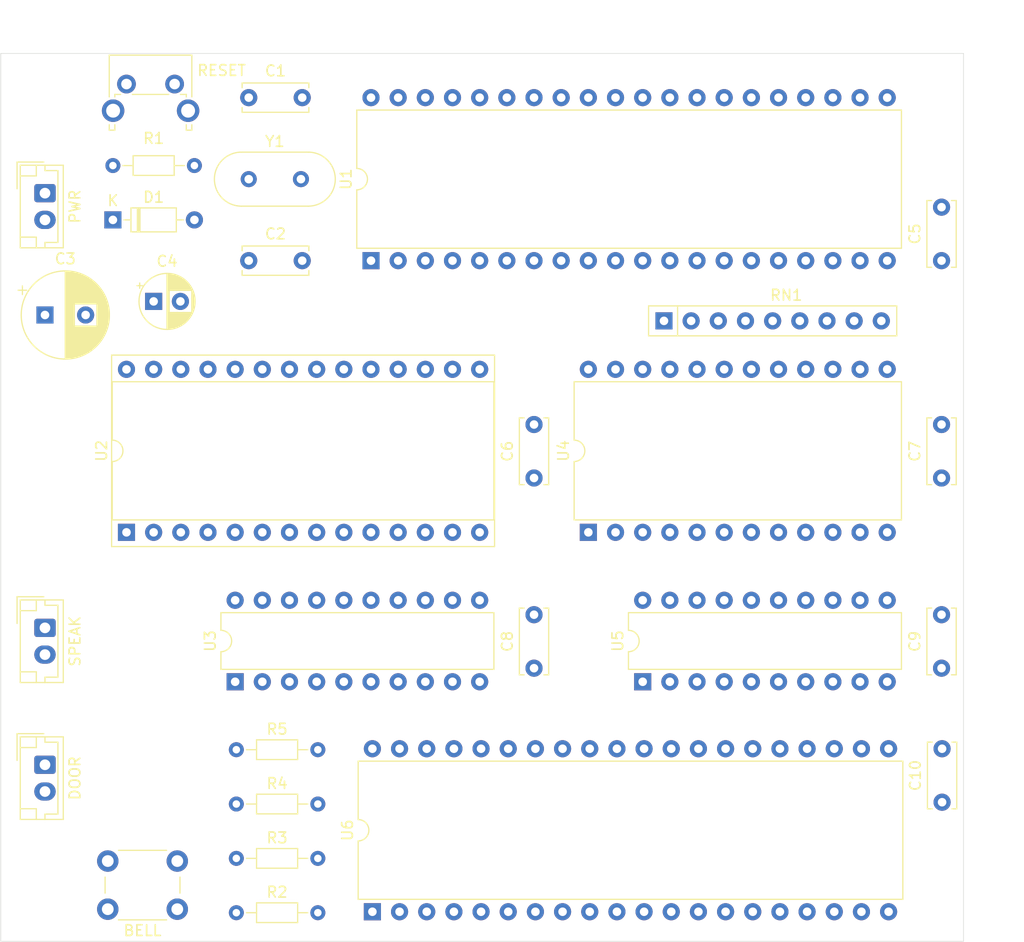
<source format=kicad_pcb>
(kicad_pcb (version 20171130) (host pcbnew "(5.1.5)-3")

  (general
    (thickness 1.6)
    (drawings 6)
    (tracks 0)
    (zones 0)
    (modules 33)
    (nets 79)
  )

  (page A4)
  (title_block
    (date 2020-05-06)
  )

  (layers
    (0 F.Cu signal)
    (31 B.Cu signal)
    (33 F.Adhes user)
    (35 F.Paste user)
    (37 F.SilkS user)
    (38 B.Mask user)
    (39 F.Mask user)
    (40 Dwgs.User user)
    (41 Cmts.User user)
    (42 Eco1.User user)
    (43 Eco2.User user)
    (44 Edge.Cuts user)
    (45 Margin user hide)
    (46 B.CrtYd user hide)
    (47 F.CrtYd user hide)
    (49 F.Fab user hide)
  )

  (setup
    (last_trace_width 0.25)
    (user_trace_width 0.35)
    (user_trace_width 0.5)
    (user_trace_width 0.75)
    (trace_clearance 0.2)
    (zone_clearance 0.508)
    (zone_45_only no)
    (trace_min 0.2)
    (via_size 0.6)
    (via_drill 0.4)
    (via_min_size 0.4)
    (via_min_drill 0.3)
    (user_via 0.6 0.4)
    (user_via 1 0.8)
    (user_via 2 1.8)
    (uvia_size 0.3)
    (uvia_drill 0.1)
    (uvias_allowed no)
    (uvia_min_size 0.2)
    (uvia_min_drill 0.1)
    (edge_width 0.05)
    (segment_width 0.2)
    (pcb_text_width 0.3)
    (pcb_text_size 1.5 1.5)
    (mod_edge_width 0.12)
    (mod_text_size 1 1)
    (mod_text_width 0.15)
    (pad_size 1.524 1.524)
    (pad_drill 0.762)
    (pad_to_mask_clearance 0.051)
    (solder_mask_min_width 0.25)
    (aux_axis_origin 0 0)
    (visible_elements 7FFFF7FF)
    (pcbplotparams
      (layerselection 0x010fc_ffffffff)
      (usegerberextensions false)
      (usegerberattributes false)
      (usegerberadvancedattributes false)
      (creategerberjobfile false)
      (excludeedgelayer true)
      (linewidth 0.100000)
      (plotframeref false)
      (viasonmask false)
      (mode 1)
      (useauxorigin false)
      (hpglpennumber 1)
      (hpglpenspeed 20)
      (hpglpendiameter 15.000000)
      (psnegative false)
      (psa4output false)
      (plotreference true)
      (plotvalue true)
      (plotinvisibletext false)
      (padsonsilk false)
      (subtractmaskfromsilk false)
      (outputformat 1)
      (mirror false)
      (drillshape 1)
      (scaleselection 1)
      (outputdirectory ""))
  )

  (net 0 "")
  (net 1 +5V)
  (net 2 GND)
  (net 3 /X1)
  (net 4 /X2)
  (net 5 /RST)
  (net 6 "Net-(R2-Pad2)")
  (net 7 "Net-(R3-Pad2)")
  (net 8 "Net-(R4-Pad2)")
  (net 9 /D0)
  (net 10 /D1)
  (net 11 /D2)
  (net 12 /D3)
  (net 13 /D4)
  (net 14 /D5)
  (net 15 /D6)
  (net 16 /D7)
  (net 17 /A8)
  (net 18 /A9)
  (net 19 /RSTO)
  (net 20 /A10)
  (net 21 "Net-(U1-Pad4)")
  (net 22 /A11)
  (net 23 /A12)
  (net 24 "Net-(U1-Pad6)")
  (net 25 /A13)
  (net 26 "Net-(U1-Pad7)")
  (net 27 /A14)
  (net 28 "Net-(U1-Pad8)")
  (net 29 /A15)
  (net 30 "Net-(U1-Pad9)")
  (net 31 "Net-(U1-Pad29)")
  (net 32 "Net-(U1-Pad10)")
  (net 33 /ALE)
  (net 34 "Net-(U1-Pad11)")
  (net 35 /~WR)
  (net 36 /~RD)
  (net 37 "Net-(U1-Pad33)")
  (net 38 /IO~M)
  (net 39 /CLK)
  (net 40 "Net-(U1-Pad38)")
  (net 41 "Net-(U2-Pad1)")
  (net 42 /A7)
  (net 43 /A6)
  (net 44 /A5)
  (net 45 /A4)
  (net 46 /~ROM_CS)
  (net 47 /A3)
  (net 48 /A2)
  (net 49 /A1)
  (net 50 /A0)
  (net 51 /BDIR)
  (net 52 "Net-(U3-Pad9)")
  (net 53 /BC1)
  (net 54 "Net-(U3-Pad8)")
  (net 55 "Net-(U3-Pad7)")
  (net 56 /~RAM_CS)
  (net 57 "Net-(U3-Pad15)")
  (net 58 "Net-(U3-Pad14)")
  (net 59 "Net-(U3-Pad13)")
  (net 60 "Net-(U3-Pad12)")
  (net 61 "Net-(U6-Pad39)")
  (net 62 "Net-(U6-Pad18)")
  (net 63 "Net-(U6-Pad17)")
  (net 64 "Net-(U6-Pad16)")
  (net 65 "Net-(U6-Pad15)")
  (net 66 "Net-(U6-Pad14)")
  (net 67 "Net-(U6-Pad13)")
  (net 68 "Net-(U6-Pad12)")
  (net 69 "Net-(U6-Pad11)")
  (net 70 "Net-(U6-Pad10)")
  (net 71 "Net-(U6-Pad9)")
  (net 72 "Net-(U6-Pad8)")
  (net 73 "Net-(U6-Pad7)")
  (net 74 "Net-(U6-Pad26)")
  (net 75 "Net-(U6-Pad6)")
  (net 76 /SOUND)
  (net 77 "Net-(BELL1-Pad1)")
  (net 78 "Net-(DOOR1-Pad1)")

  (net_class Default "Это класс цепей по умолчанию."
    (clearance 0.2)
    (trace_width 0.25)
    (via_dia 0.6)
    (via_drill 0.4)
    (uvia_dia 0.3)
    (uvia_drill 0.1)
    (add_net +5V)
    (add_net /A0)
    (add_net /A1)
    (add_net /A10)
    (add_net /A11)
    (add_net /A12)
    (add_net /A13)
    (add_net /A14)
    (add_net /A15)
    (add_net /A2)
    (add_net /A3)
    (add_net /A4)
    (add_net /A5)
    (add_net /A6)
    (add_net /A7)
    (add_net /A8)
    (add_net /A9)
    (add_net /ALE)
    (add_net /BC1)
    (add_net /BDIR)
    (add_net /CLK)
    (add_net /D0)
    (add_net /D1)
    (add_net /D2)
    (add_net /D3)
    (add_net /D4)
    (add_net /D5)
    (add_net /D6)
    (add_net /D7)
    (add_net /IO~M)
    (add_net /RST)
    (add_net /RSTO)
    (add_net /SOUND)
    (add_net /X1)
    (add_net /X2)
    (add_net /~RAM_CS)
    (add_net /~RD)
    (add_net /~ROM_CS)
    (add_net /~WR)
    (add_net GND)
    (add_net "Net-(BELL1-Pad1)")
    (add_net "Net-(DOOR1-Pad1)")
    (add_net "Net-(R2-Pad2)")
    (add_net "Net-(R3-Pad2)")
    (add_net "Net-(R4-Pad2)")
    (add_net "Net-(U1-Pad10)")
    (add_net "Net-(U1-Pad11)")
    (add_net "Net-(U1-Pad29)")
    (add_net "Net-(U1-Pad33)")
    (add_net "Net-(U1-Pad38)")
    (add_net "Net-(U1-Pad4)")
    (add_net "Net-(U1-Pad6)")
    (add_net "Net-(U1-Pad7)")
    (add_net "Net-(U1-Pad8)")
    (add_net "Net-(U1-Pad9)")
    (add_net "Net-(U2-Pad1)")
    (add_net "Net-(U3-Pad12)")
    (add_net "Net-(U3-Pad13)")
    (add_net "Net-(U3-Pad14)")
    (add_net "Net-(U3-Pad15)")
    (add_net "Net-(U3-Pad7)")
    (add_net "Net-(U3-Pad8)")
    (add_net "Net-(U3-Pad9)")
    (add_net "Net-(U6-Pad10)")
    (add_net "Net-(U6-Pad11)")
    (add_net "Net-(U6-Pad12)")
    (add_net "Net-(U6-Pad13)")
    (add_net "Net-(U6-Pad14)")
    (add_net "Net-(U6-Pad15)")
    (add_net "Net-(U6-Pad16)")
    (add_net "Net-(U6-Pad17)")
    (add_net "Net-(U6-Pad18)")
    (add_net "Net-(U6-Pad26)")
    (add_net "Net-(U6-Pad39)")
    (add_net "Net-(U6-Pad6)")
    (add_net "Net-(U6-Pad7)")
    (add_net "Net-(U6-Pad8)")
    (add_net "Net-(U6-Pad9)")
  )

  (net_class Class1 ""
    (clearance 0.2)
    (trace_width 0.5)
    (via_dia 0.6)
    (via_drill 0.4)
    (uvia_dia 0.3)
    (uvia_drill 0.1)
  )

  (net_class Original ""
    (clearance 0.2)
    (trace_width 0.25)
    (via_dia 0.8)
    (via_drill 0.4)
    (uvia_dia 0.3)
    (uvia_drill 0.1)
  )

  (module Button_Switch_THT:SW_PUSH_6mm (layer F.Cu) (tedit 5A02FE31) (tstamp 5EBAFF58)
    (at 36.5 100 180)
    (descr https://www.omron.com/ecb/products/pdf/en-b3f.pdf)
    (tags "tact sw push 6mm")
    (path /5F1612F3)
    (fp_text reference BELL (at 3.25 -2) (layer F.SilkS)
      (effects (font (size 1 1) (thickness 0.15)))
    )
    (fp_text value SW3 (at 3.75 6.7) (layer F.Fab)
      (effects (font (size 1 1) (thickness 0.15)))
    )
    (fp_circle (center 3.25 2.25) (end 1.25 2.5) (layer F.Fab) (width 0.1))
    (fp_line (start 6.75 3) (end 6.75 1.5) (layer F.SilkS) (width 0.12))
    (fp_line (start 5.5 -1) (end 1 -1) (layer F.SilkS) (width 0.12))
    (fp_line (start -0.25 1.5) (end -0.25 3) (layer F.SilkS) (width 0.12))
    (fp_line (start 1 5.5) (end 5.5 5.5) (layer F.SilkS) (width 0.12))
    (fp_line (start 8 -1.25) (end 8 5.75) (layer F.CrtYd) (width 0.05))
    (fp_line (start 7.75 6) (end -1.25 6) (layer F.CrtYd) (width 0.05))
    (fp_line (start -1.5 5.75) (end -1.5 -1.25) (layer F.CrtYd) (width 0.05))
    (fp_line (start -1.25 -1.5) (end 7.75 -1.5) (layer F.CrtYd) (width 0.05))
    (fp_line (start -1.5 6) (end -1.25 6) (layer F.CrtYd) (width 0.05))
    (fp_line (start -1.5 5.75) (end -1.5 6) (layer F.CrtYd) (width 0.05))
    (fp_line (start -1.5 -1.5) (end -1.25 -1.5) (layer F.CrtYd) (width 0.05))
    (fp_line (start -1.5 -1.25) (end -1.5 -1.5) (layer F.CrtYd) (width 0.05))
    (fp_line (start 8 -1.5) (end 8 -1.25) (layer F.CrtYd) (width 0.05))
    (fp_line (start 7.75 -1.5) (end 8 -1.5) (layer F.CrtYd) (width 0.05))
    (fp_line (start 8 6) (end 8 5.75) (layer F.CrtYd) (width 0.05))
    (fp_line (start 7.75 6) (end 8 6) (layer F.CrtYd) (width 0.05))
    (fp_line (start 0.25 -0.75) (end 3.25 -0.75) (layer F.Fab) (width 0.1))
    (fp_line (start 0.25 5.25) (end 0.25 -0.75) (layer F.Fab) (width 0.1))
    (fp_line (start 6.25 5.25) (end 0.25 5.25) (layer F.Fab) (width 0.1))
    (fp_line (start 6.25 -0.75) (end 6.25 5.25) (layer F.Fab) (width 0.1))
    (fp_line (start 3.25 -0.75) (end 6.25 -0.75) (layer F.Fab) (width 0.1))
    (fp_text user %R (at 3.25 2.25) (layer F.Fab)
      (effects (font (size 1 1) (thickness 0.15)))
    )
    (pad 1 thru_hole circle (at 6.5 0 270) (size 2 2) (drill 1.1) (layers *.Cu *.Mask)
      (net 77 "Net-(BELL1-Pad1)"))
    (pad 2 thru_hole circle (at 6.5 4.5 270) (size 2 2) (drill 1.1) (layers *.Cu *.Mask)
      (net 2 GND))
    (pad 1 thru_hole circle (at 0 0 270) (size 2 2) (drill 1.1) (layers *.Cu *.Mask)
      (net 77 "Net-(BELL1-Pad1)"))
    (pad 2 thru_hole circle (at 0 4.5 270) (size 2 2) (drill 1.1) (layers *.Cu *.Mask)
      (net 2 GND))
    (model ${KISYS3DMOD}/Button_Switch_THT.3dshapes/SW_PUSH_6mm.wrl
      (at (xyz 0 0 0))
      (scale (xyz 1 1 1))
      (rotate (xyz 0 0 0))
    )
  )

  (module Package_DIP:DIP-40_W15.24mm (layer F.Cu) (tedit 5A02E8C5) (tstamp 5EBB579D)
    (at 54.74 100.24 90)
    (descr "40-lead though-hole mounted DIP package, row spacing 15.24 mm (600 mils)")
    (tags "THT DIP DIL PDIP 2.54mm 15.24mm 600mil")
    (path /5EBD9D6C)
    (fp_text reference U6 (at 7.62 -2.33 90) (layer F.SilkS)
      (effects (font (size 1 1) (thickness 0.15)))
    )
    (fp_text value AY-3-8910 (at 7.62 50.59 90) (layer F.Fab)
      (effects (font (size 1 1) (thickness 0.15)))
    )
    (fp_text user %R (at 7.62 24.13 90) (layer F.Fab)
      (effects (font (size 1 1) (thickness 0.15)))
    )
    (fp_line (start 16.3 -1.55) (end -1.05 -1.55) (layer F.CrtYd) (width 0.05))
    (fp_line (start 16.3 49.8) (end 16.3 -1.55) (layer F.CrtYd) (width 0.05))
    (fp_line (start -1.05 49.8) (end 16.3 49.8) (layer F.CrtYd) (width 0.05))
    (fp_line (start -1.05 -1.55) (end -1.05 49.8) (layer F.CrtYd) (width 0.05))
    (fp_line (start 14.08 -1.33) (end 8.62 -1.33) (layer F.SilkS) (width 0.12))
    (fp_line (start 14.08 49.59) (end 14.08 -1.33) (layer F.SilkS) (width 0.12))
    (fp_line (start 1.16 49.59) (end 14.08 49.59) (layer F.SilkS) (width 0.12))
    (fp_line (start 1.16 -1.33) (end 1.16 49.59) (layer F.SilkS) (width 0.12))
    (fp_line (start 6.62 -1.33) (end 1.16 -1.33) (layer F.SilkS) (width 0.12))
    (fp_line (start 0.255 -0.27) (end 1.255 -1.27) (layer F.Fab) (width 0.1))
    (fp_line (start 0.255 49.53) (end 0.255 -0.27) (layer F.Fab) (width 0.1))
    (fp_line (start 14.985 49.53) (end 0.255 49.53) (layer F.Fab) (width 0.1))
    (fp_line (start 14.985 -1.27) (end 14.985 49.53) (layer F.Fab) (width 0.1))
    (fp_line (start 1.255 -1.27) (end 14.985 -1.27) (layer F.Fab) (width 0.1))
    (fp_arc (start 7.62 -1.33) (end 6.62 -1.33) (angle -180) (layer F.SilkS) (width 0.12))
    (pad 40 thru_hole oval (at 15.24 0 90) (size 1.6 1.6) (drill 0.8) (layers *.Cu *.Mask)
      (net 1 +5V))
    (pad 20 thru_hole oval (at 0 48.26 90) (size 1.6 1.6) (drill 0.8) (layers *.Cu *.Mask)
      (net 77 "Net-(BELL1-Pad1)"))
    (pad 39 thru_hole oval (at 15.24 2.54 90) (size 1.6 1.6) (drill 0.8) (layers *.Cu *.Mask)
      (net 61 "Net-(U6-Pad39)"))
    (pad 19 thru_hole oval (at 0 45.72 90) (size 1.6 1.6) (drill 0.8) (layers *.Cu *.Mask)
      (net 2 GND))
    (pad 38 thru_hole oval (at 15.24 5.08 90) (size 1.6 1.6) (drill 0.8) (layers *.Cu *.Mask)
      (net 8 "Net-(R4-Pad2)"))
    (pad 18 thru_hole oval (at 0 43.18 90) (size 1.6 1.6) (drill 0.8) (layers *.Cu *.Mask)
      (net 62 "Net-(U6-Pad18)"))
    (pad 37 thru_hole oval (at 15.24 7.62 90) (size 1.6 1.6) (drill 0.8) (layers *.Cu *.Mask)
      (net 9 /D0))
    (pad 17 thru_hole oval (at 0 40.64 90) (size 1.6 1.6) (drill 0.8) (layers *.Cu *.Mask)
      (net 63 "Net-(U6-Pad17)"))
    (pad 36 thru_hole oval (at 15.24 10.16 90) (size 1.6 1.6) (drill 0.8) (layers *.Cu *.Mask)
      (net 10 /D1))
    (pad 16 thru_hole oval (at 0 38.1 90) (size 1.6 1.6) (drill 0.8) (layers *.Cu *.Mask)
      (net 64 "Net-(U6-Pad16)"))
    (pad 35 thru_hole oval (at 15.24 12.7 90) (size 1.6 1.6) (drill 0.8) (layers *.Cu *.Mask)
      (net 11 /D2))
    (pad 15 thru_hole oval (at 0 35.56 90) (size 1.6 1.6) (drill 0.8) (layers *.Cu *.Mask)
      (net 65 "Net-(U6-Pad15)"))
    (pad 34 thru_hole oval (at 15.24 15.24 90) (size 1.6 1.6) (drill 0.8) (layers *.Cu *.Mask)
      (net 12 /D3))
    (pad 14 thru_hole oval (at 0 33.02 90) (size 1.6 1.6) (drill 0.8) (layers *.Cu *.Mask)
      (net 66 "Net-(U6-Pad14)"))
    (pad 33 thru_hole oval (at 15.24 17.78 90) (size 1.6 1.6) (drill 0.8) (layers *.Cu *.Mask)
      (net 13 /D4))
    (pad 13 thru_hole oval (at 0 30.48 90) (size 1.6 1.6) (drill 0.8) (layers *.Cu *.Mask)
      (net 67 "Net-(U6-Pad13)"))
    (pad 32 thru_hole oval (at 15.24 20.32 90) (size 1.6 1.6) (drill 0.8) (layers *.Cu *.Mask)
      (net 14 /D5))
    (pad 12 thru_hole oval (at 0 27.94 90) (size 1.6 1.6) (drill 0.8) (layers *.Cu *.Mask)
      (net 68 "Net-(U6-Pad12)"))
    (pad 31 thru_hole oval (at 15.24 22.86 90) (size 1.6 1.6) (drill 0.8) (layers *.Cu *.Mask)
      (net 15 /D6))
    (pad 11 thru_hole oval (at 0 25.4 90) (size 1.6 1.6) (drill 0.8) (layers *.Cu *.Mask)
      (net 69 "Net-(U6-Pad11)"))
    (pad 30 thru_hole oval (at 15.24 25.4 90) (size 1.6 1.6) (drill 0.8) (layers *.Cu *.Mask)
      (net 16 /D7))
    (pad 10 thru_hole oval (at 0 22.86 90) (size 1.6 1.6) (drill 0.8) (layers *.Cu *.Mask)
      (net 70 "Net-(U6-Pad10)"))
    (pad 29 thru_hole oval (at 15.24 27.94 90) (size 1.6 1.6) (drill 0.8) (layers *.Cu *.Mask)
      (net 53 /BC1))
    (pad 9 thru_hole oval (at 0 20.32 90) (size 1.6 1.6) (drill 0.8) (layers *.Cu *.Mask)
      (net 71 "Net-(U6-Pad9)"))
    (pad 28 thru_hole oval (at 15.24 30.48 90) (size 1.6 1.6) (drill 0.8) (layers *.Cu *.Mask)
      (net 1 +5V))
    (pad 8 thru_hole oval (at 0 17.78 90) (size 1.6 1.6) (drill 0.8) (layers *.Cu *.Mask)
      (net 72 "Net-(U6-Pad8)"))
    (pad 27 thru_hole oval (at 15.24 33.02 90) (size 1.6 1.6) (drill 0.8) (layers *.Cu *.Mask)
      (net 51 /BDIR))
    (pad 7 thru_hole oval (at 0 15.24 90) (size 1.6 1.6) (drill 0.8) (layers *.Cu *.Mask)
      (net 73 "Net-(U6-Pad7)"))
    (pad 26 thru_hole oval (at 15.24 35.56 90) (size 1.6 1.6) (drill 0.8) (layers *.Cu *.Mask)
      (net 74 "Net-(U6-Pad26)"))
    (pad 6 thru_hole oval (at 0 12.7 90) (size 1.6 1.6) (drill 0.8) (layers *.Cu *.Mask)
      (net 75 "Net-(U6-Pad6)"))
    (pad 25 thru_hole oval (at 15.24 38.1 90) (size 1.6 1.6) (drill 0.8) (layers *.Cu *.Mask)
      (net 1 +5V))
    (pad 5 thru_hole oval (at 0 10.16 90) (size 1.6 1.6) (drill 0.8) (layers *.Cu *.Mask))
    (pad 24 thru_hole oval (at 15.24 40.64 90) (size 1.6 1.6) (drill 0.8) (layers *.Cu *.Mask)
      (net 2 GND))
    (pad 4 thru_hole oval (at 0 7.62 90) (size 1.6 1.6) (drill 0.8) (layers *.Cu *.Mask)
      (net 6 "Net-(R2-Pad2)"))
    (pad 23 thru_hole oval (at 15.24 43.18 90) (size 1.6 1.6) (drill 0.8) (layers *.Cu *.Mask)
      (net 19 /RSTO))
    (pad 3 thru_hole oval (at 0 5.08 90) (size 1.6 1.6) (drill 0.8) (layers *.Cu *.Mask)
      (net 7 "Net-(R3-Pad2)"))
    (pad 22 thru_hole oval (at 15.24 45.72 90) (size 1.6 1.6) (drill 0.8) (layers *.Cu *.Mask)
      (net 39 /CLK))
    (pad 2 thru_hole oval (at 0 2.54 90) (size 1.6 1.6) (drill 0.8) (layers *.Cu *.Mask))
    (pad 21 thru_hole oval (at 15.24 48.26 90) (size 1.6 1.6) (drill 0.8) (layers *.Cu *.Mask)
      (net 78 "Net-(DOOR1-Pad1)"))
    (pad 1 thru_hole rect (at 0 0 90) (size 1.6 1.6) (drill 0.8) (layers *.Cu *.Mask)
      (net 2 GND))
    (model ${KISYS3DMOD}/Package_DIP.3dshapes/DIP-40_W15.24mm.wrl
      (at (xyz 0 0 0))
      (scale (xyz 1 1 1))
      (rotate (xyz 0 0 0))
    )
  )

  (module Connector_JST:JST_EH_B2B-EH-A_1x02_P2.50mm_Vertical (layer F.Cu) (tedit 5C28142C) (tstamp 5EBAF64F)
    (at 24.13 73.7 270)
    (descr "JST EH series connector, B2B-EH-A (http://www.jst-mfg.com/product/pdf/eng/eEH.pdf), generated with kicad-footprint-generator")
    (tags "connector JST EH vertical")
    (path /5EC0FF2A)
    (fp_text reference SPEAK (at 1.25 -2.8 90) (layer F.SilkS)
      (effects (font (size 1 1) (thickness 0.15)))
    )
    (fp_text value J2 (at 1.25 3.4 90) (layer F.Fab)
      (effects (font (size 1 1) (thickness 0.15)))
    )
    (fp_text user %R (at 1.25 1.5 90) (layer F.Fab)
      (effects (font (size 1 1) (thickness 0.15)))
    )
    (fp_line (start -2.91 2.61) (end -0.41 2.61) (layer F.Fab) (width 0.1))
    (fp_line (start -2.91 0.11) (end -2.91 2.61) (layer F.Fab) (width 0.1))
    (fp_line (start -2.91 2.61) (end -0.41 2.61) (layer F.SilkS) (width 0.12))
    (fp_line (start -2.91 0.11) (end -2.91 2.61) (layer F.SilkS) (width 0.12))
    (fp_line (start 4.11 0.81) (end 4.11 2.31) (layer F.SilkS) (width 0.12))
    (fp_line (start 5.11 0.81) (end 4.11 0.81) (layer F.SilkS) (width 0.12))
    (fp_line (start -1.61 0.81) (end -1.61 2.31) (layer F.SilkS) (width 0.12))
    (fp_line (start -2.61 0.81) (end -1.61 0.81) (layer F.SilkS) (width 0.12))
    (fp_line (start 4.61 0) (end 5.11 0) (layer F.SilkS) (width 0.12))
    (fp_line (start 4.61 -1.21) (end 4.61 0) (layer F.SilkS) (width 0.12))
    (fp_line (start -2.11 -1.21) (end 4.61 -1.21) (layer F.SilkS) (width 0.12))
    (fp_line (start -2.11 0) (end -2.11 -1.21) (layer F.SilkS) (width 0.12))
    (fp_line (start -2.61 0) (end -2.11 0) (layer F.SilkS) (width 0.12))
    (fp_line (start 5.11 -1.71) (end -2.61 -1.71) (layer F.SilkS) (width 0.12))
    (fp_line (start 5.11 2.31) (end 5.11 -1.71) (layer F.SilkS) (width 0.12))
    (fp_line (start -2.61 2.31) (end 5.11 2.31) (layer F.SilkS) (width 0.12))
    (fp_line (start -2.61 -1.71) (end -2.61 2.31) (layer F.SilkS) (width 0.12))
    (fp_line (start 5.5 -2.1) (end -3 -2.1) (layer F.CrtYd) (width 0.05))
    (fp_line (start 5.5 2.7) (end 5.5 -2.1) (layer F.CrtYd) (width 0.05))
    (fp_line (start -3 2.7) (end 5.5 2.7) (layer F.CrtYd) (width 0.05))
    (fp_line (start -3 -2.1) (end -3 2.7) (layer F.CrtYd) (width 0.05))
    (fp_line (start 5 -1.6) (end -2.5 -1.6) (layer F.Fab) (width 0.1))
    (fp_line (start 5 2.2) (end 5 -1.6) (layer F.Fab) (width 0.1))
    (fp_line (start -2.5 2.2) (end 5 2.2) (layer F.Fab) (width 0.1))
    (fp_line (start -2.5 -1.6) (end -2.5 2.2) (layer F.Fab) (width 0.1))
    (pad 2 thru_hole oval (at 2.5 0 270) (size 1.7 2) (drill 1) (layers *.Cu *.Mask)
      (net 2 GND))
    (pad 1 thru_hole roundrect (at 0 0 270) (size 1.7 2) (drill 1) (layers *.Cu *.Mask) (roundrect_rratio 0.147059)
      (net 76 /SOUND))
    (model ${KISYS3DMOD}/Connector_JST.3dshapes/JST_EH_B2B-EH-A_1x02_P2.50mm_Vertical.wrl
      (at (xyz 0 0 0))
      (scale (xyz 1 1 1))
      (rotate (xyz 0 0 0))
    )
  )

  (module MountingHole:MountingHole_2mm (layer F.Cu) (tedit 5B924920) (tstamp 5EB40F76)
    (at 107.95 100.33)
    (descr "Mounting Hole 2mm, no annular")
    (tags "mounting hole 2mm no annular")
    (path /5F66DFCC)
    (attr virtual)
    (fp_text reference H4 (at 0 -3.2) (layer F.SilkS) hide
      (effects (font (size 1 1) (thickness 0.15)))
    )
    (fp_text value MountingHole (at 0 3.1) (layer F.Fab) hide
      (effects (font (size 1 1) (thickness 0.15)))
    )
    (fp_circle (center 0 0) (end 2.25 0) (layer F.CrtYd) (width 0.05))
    (fp_circle (center 0 0) (end 2 0) (layer Cmts.User) (width 0.15))
    (fp_text user %R (at 0.3 0) (layer F.Fab) hide
      (effects (font (size 1 1) (thickness 0.15)))
    )
    (pad "" np_thru_hole circle (at 0 0) (size 2 2) (drill 2) (layers *.Cu *.Mask))
  )

  (module MountingHole:MountingHole_2mm (layer F.Cu) (tedit 5B924920) (tstamp 5EB40889)
    (at 107.95 22.86)
    (descr "Mounting Hole 2mm, no annular")
    (tags "mounting hole 2mm no annular")
    (path /5F66DE6B)
    (attr virtual)
    (fp_text reference H3 (at 0 3.81) (layer F.SilkS) hide
      (effects (font (size 1 1) (thickness 0.15)))
    )
    (fp_text value MountingHole (at 0 3.1) (layer F.Fab) hide
      (effects (font (size 1 1) (thickness 0.15)))
    )
    (fp_circle (center 0 0) (end 2.25 0) (layer F.CrtYd) (width 0.05))
    (fp_circle (center 0 0) (end 2 0) (layer Cmts.User) (width 0.15))
    (fp_text user %R (at 0.3 0) (layer F.Fab) hide
      (effects (font (size 1 1) (thickness 0.15)))
    )
    (pad "" np_thru_hole circle (at 0 0) (size 2 2) (drill 2) (layers *.Cu *.Mask))
  )

  (module MountingHole:MountingHole_2mm (layer F.Cu) (tedit 5B924920) (tstamp 5EB6D4F9)
    (at 22.86 22.86)
    (descr "Mounting Hole 2mm, no annular")
    (tags "mounting hole 2mm no annular")
    (path /5F66DD22)
    (attr virtual)
    (fp_text reference H2 (at 0 3.81) (layer F.SilkS) hide
      (effects (font (size 1 1) (thickness 0.15)))
    )
    (fp_text value MountingHole (at 0 3.1) (layer F.Fab) hide
      (effects (font (size 1 1) (thickness 0.15)))
    )
    (fp_circle (center 0 0) (end 2.25 0) (layer F.CrtYd) (width 0.05))
    (fp_circle (center 0 0) (end 2 0) (layer Cmts.User) (width 0.15))
    (fp_text user %R (at 0.3 0) (layer F.Fab) hide
      (effects (font (size 1 1) (thickness 0.15)))
    )
    (pad "" np_thru_hole circle (at 0 0) (size 2 2) (drill 2) (layers *.Cu *.Mask))
  )

  (module MountingHole:MountingHole_2mm (layer F.Cu) (tedit 5B924920) (tstamp 5EB40322)
    (at 22.86 100.33)
    (descr "Mounting Hole 2mm, no annular")
    (tags "mounting hole 2mm no annular")
    (path /5F66D410)
    (attr virtual)
    (fp_text reference H1 (at 0 -3.2) (layer F.SilkS) hide
      (effects (font (size 1 1) (thickness 0.15)))
    )
    (fp_text value MountingHole (at 0 3.1) (layer F.Fab) hide
      (effects (font (size 1 1) (thickness 0.15)))
    )
    (fp_circle (center 0 0) (end 2.25 0) (layer F.CrtYd) (width 0.05))
    (fp_circle (center 0 0) (end 2 0) (layer Cmts.User) (width 0.15))
    (fp_text user %R (at 0.3 0) (layer F.Fab) hide
      (effects (font (size 1 1) (thickness 0.15)))
    )
    (pad "" np_thru_hole circle (at 0 0) (size 2 2) (drill 2) (layers *.Cu *.Mask))
  )

  (module Capacitor_THT:CP_Radial_D8.0mm_P3.80mm (layer F.Cu) (tedit 5AE50EF0) (tstamp 5EB48959)
    (at 24.13 44.45)
    (descr "CP, Radial series, Radial, pin pitch=3.80mm, , diameter=8mm, Electrolytic Capacitor")
    (tags "CP Radial series Radial pin pitch 3.80mm  diameter 8mm Electrolytic Capacitor")
    (path /5EB8B0B2)
    (fp_text reference C3 (at 1.9 -5.25) (layer F.SilkS)
      (effects (font (size 1 1) (thickness 0.15)))
    )
    (fp_text value 1000uF (at 1.9 5.25) (layer F.Fab)
      (effects (font (size 1 1) (thickness 0.15)))
    )
    (fp_circle (center 1.9 0) (end 5.9 0) (layer F.Fab) (width 0.1))
    (fp_circle (center 1.9 0) (end 6.02 0) (layer F.SilkS) (width 0.12))
    (fp_circle (center 1.9 0) (end 6.15 0) (layer F.CrtYd) (width 0.05))
    (fp_line (start -1.526759 -1.7475) (end -0.726759 -1.7475) (layer F.Fab) (width 0.1))
    (fp_line (start -1.126759 -2.1475) (end -1.126759 -1.3475) (layer F.Fab) (width 0.1))
    (fp_line (start 1.9 -4.08) (end 1.9 4.08) (layer F.SilkS) (width 0.12))
    (fp_line (start 1.94 -4.08) (end 1.94 4.08) (layer F.SilkS) (width 0.12))
    (fp_line (start 1.98 -4.08) (end 1.98 4.08) (layer F.SilkS) (width 0.12))
    (fp_line (start 2.02 -4.079) (end 2.02 4.079) (layer F.SilkS) (width 0.12))
    (fp_line (start 2.06 -4.077) (end 2.06 4.077) (layer F.SilkS) (width 0.12))
    (fp_line (start 2.1 -4.076) (end 2.1 4.076) (layer F.SilkS) (width 0.12))
    (fp_line (start 2.14 -4.074) (end 2.14 4.074) (layer F.SilkS) (width 0.12))
    (fp_line (start 2.18 -4.071) (end 2.18 4.071) (layer F.SilkS) (width 0.12))
    (fp_line (start 2.22 -4.068) (end 2.22 4.068) (layer F.SilkS) (width 0.12))
    (fp_line (start 2.26 -4.065) (end 2.26 4.065) (layer F.SilkS) (width 0.12))
    (fp_line (start 2.3 -4.061) (end 2.3 4.061) (layer F.SilkS) (width 0.12))
    (fp_line (start 2.34 -4.057) (end 2.34 4.057) (layer F.SilkS) (width 0.12))
    (fp_line (start 2.38 -4.052) (end 2.38 4.052) (layer F.SilkS) (width 0.12))
    (fp_line (start 2.42 -4.048) (end 2.42 4.048) (layer F.SilkS) (width 0.12))
    (fp_line (start 2.46 -4.042) (end 2.46 4.042) (layer F.SilkS) (width 0.12))
    (fp_line (start 2.5 -4.037) (end 2.5 4.037) (layer F.SilkS) (width 0.12))
    (fp_line (start 2.54 -4.03) (end 2.54 4.03) (layer F.SilkS) (width 0.12))
    (fp_line (start 2.58 -4.024) (end 2.58 4.024) (layer F.SilkS) (width 0.12))
    (fp_line (start 2.621 -4.017) (end 2.621 4.017) (layer F.SilkS) (width 0.12))
    (fp_line (start 2.661 -4.01) (end 2.661 4.01) (layer F.SilkS) (width 0.12))
    (fp_line (start 2.701 -4.002) (end 2.701 4.002) (layer F.SilkS) (width 0.12))
    (fp_line (start 2.741 -3.994) (end 2.741 3.994) (layer F.SilkS) (width 0.12))
    (fp_line (start 2.781 -3.985) (end 2.781 -1.04) (layer F.SilkS) (width 0.12))
    (fp_line (start 2.781 1.04) (end 2.781 3.985) (layer F.SilkS) (width 0.12))
    (fp_line (start 2.821 -3.976) (end 2.821 -1.04) (layer F.SilkS) (width 0.12))
    (fp_line (start 2.821 1.04) (end 2.821 3.976) (layer F.SilkS) (width 0.12))
    (fp_line (start 2.861 -3.967) (end 2.861 -1.04) (layer F.SilkS) (width 0.12))
    (fp_line (start 2.861 1.04) (end 2.861 3.967) (layer F.SilkS) (width 0.12))
    (fp_line (start 2.901 -3.957) (end 2.901 -1.04) (layer F.SilkS) (width 0.12))
    (fp_line (start 2.901 1.04) (end 2.901 3.957) (layer F.SilkS) (width 0.12))
    (fp_line (start 2.941 -3.947) (end 2.941 -1.04) (layer F.SilkS) (width 0.12))
    (fp_line (start 2.941 1.04) (end 2.941 3.947) (layer F.SilkS) (width 0.12))
    (fp_line (start 2.981 -3.936) (end 2.981 -1.04) (layer F.SilkS) (width 0.12))
    (fp_line (start 2.981 1.04) (end 2.981 3.936) (layer F.SilkS) (width 0.12))
    (fp_line (start 3.021 -3.925) (end 3.021 -1.04) (layer F.SilkS) (width 0.12))
    (fp_line (start 3.021 1.04) (end 3.021 3.925) (layer F.SilkS) (width 0.12))
    (fp_line (start 3.061 -3.914) (end 3.061 -1.04) (layer F.SilkS) (width 0.12))
    (fp_line (start 3.061 1.04) (end 3.061 3.914) (layer F.SilkS) (width 0.12))
    (fp_line (start 3.101 -3.902) (end 3.101 -1.04) (layer F.SilkS) (width 0.12))
    (fp_line (start 3.101 1.04) (end 3.101 3.902) (layer F.SilkS) (width 0.12))
    (fp_line (start 3.141 -3.889) (end 3.141 -1.04) (layer F.SilkS) (width 0.12))
    (fp_line (start 3.141 1.04) (end 3.141 3.889) (layer F.SilkS) (width 0.12))
    (fp_line (start 3.181 -3.877) (end 3.181 -1.04) (layer F.SilkS) (width 0.12))
    (fp_line (start 3.181 1.04) (end 3.181 3.877) (layer F.SilkS) (width 0.12))
    (fp_line (start 3.221 -3.863) (end 3.221 -1.04) (layer F.SilkS) (width 0.12))
    (fp_line (start 3.221 1.04) (end 3.221 3.863) (layer F.SilkS) (width 0.12))
    (fp_line (start 3.261 -3.85) (end 3.261 -1.04) (layer F.SilkS) (width 0.12))
    (fp_line (start 3.261 1.04) (end 3.261 3.85) (layer F.SilkS) (width 0.12))
    (fp_line (start 3.301 -3.835) (end 3.301 -1.04) (layer F.SilkS) (width 0.12))
    (fp_line (start 3.301 1.04) (end 3.301 3.835) (layer F.SilkS) (width 0.12))
    (fp_line (start 3.341 -3.821) (end 3.341 -1.04) (layer F.SilkS) (width 0.12))
    (fp_line (start 3.341 1.04) (end 3.341 3.821) (layer F.SilkS) (width 0.12))
    (fp_line (start 3.381 -3.805) (end 3.381 -1.04) (layer F.SilkS) (width 0.12))
    (fp_line (start 3.381 1.04) (end 3.381 3.805) (layer F.SilkS) (width 0.12))
    (fp_line (start 3.421 -3.79) (end 3.421 -1.04) (layer F.SilkS) (width 0.12))
    (fp_line (start 3.421 1.04) (end 3.421 3.79) (layer F.SilkS) (width 0.12))
    (fp_line (start 3.461 -3.774) (end 3.461 -1.04) (layer F.SilkS) (width 0.12))
    (fp_line (start 3.461 1.04) (end 3.461 3.774) (layer F.SilkS) (width 0.12))
    (fp_line (start 3.501 -3.757) (end 3.501 -1.04) (layer F.SilkS) (width 0.12))
    (fp_line (start 3.501 1.04) (end 3.501 3.757) (layer F.SilkS) (width 0.12))
    (fp_line (start 3.541 -3.74) (end 3.541 -1.04) (layer F.SilkS) (width 0.12))
    (fp_line (start 3.541 1.04) (end 3.541 3.74) (layer F.SilkS) (width 0.12))
    (fp_line (start 3.581 -3.722) (end 3.581 -1.04) (layer F.SilkS) (width 0.12))
    (fp_line (start 3.581 1.04) (end 3.581 3.722) (layer F.SilkS) (width 0.12))
    (fp_line (start 3.621 -3.704) (end 3.621 -1.04) (layer F.SilkS) (width 0.12))
    (fp_line (start 3.621 1.04) (end 3.621 3.704) (layer F.SilkS) (width 0.12))
    (fp_line (start 3.661 -3.686) (end 3.661 -1.04) (layer F.SilkS) (width 0.12))
    (fp_line (start 3.661 1.04) (end 3.661 3.686) (layer F.SilkS) (width 0.12))
    (fp_line (start 3.701 -3.666) (end 3.701 -1.04) (layer F.SilkS) (width 0.12))
    (fp_line (start 3.701 1.04) (end 3.701 3.666) (layer F.SilkS) (width 0.12))
    (fp_line (start 3.741 -3.647) (end 3.741 -1.04) (layer F.SilkS) (width 0.12))
    (fp_line (start 3.741 1.04) (end 3.741 3.647) (layer F.SilkS) (width 0.12))
    (fp_line (start 3.781 -3.627) (end 3.781 -1.04) (layer F.SilkS) (width 0.12))
    (fp_line (start 3.781 1.04) (end 3.781 3.627) (layer F.SilkS) (width 0.12))
    (fp_line (start 3.821 -3.606) (end 3.821 -1.04) (layer F.SilkS) (width 0.12))
    (fp_line (start 3.821 1.04) (end 3.821 3.606) (layer F.SilkS) (width 0.12))
    (fp_line (start 3.861 -3.584) (end 3.861 -1.04) (layer F.SilkS) (width 0.12))
    (fp_line (start 3.861 1.04) (end 3.861 3.584) (layer F.SilkS) (width 0.12))
    (fp_line (start 3.901 -3.562) (end 3.901 -1.04) (layer F.SilkS) (width 0.12))
    (fp_line (start 3.901 1.04) (end 3.901 3.562) (layer F.SilkS) (width 0.12))
    (fp_line (start 3.941 -3.54) (end 3.941 -1.04) (layer F.SilkS) (width 0.12))
    (fp_line (start 3.941 1.04) (end 3.941 3.54) (layer F.SilkS) (width 0.12))
    (fp_line (start 3.981 -3.517) (end 3.981 -1.04) (layer F.SilkS) (width 0.12))
    (fp_line (start 3.981 1.04) (end 3.981 3.517) (layer F.SilkS) (width 0.12))
    (fp_line (start 4.021 -3.493) (end 4.021 -1.04) (layer F.SilkS) (width 0.12))
    (fp_line (start 4.021 1.04) (end 4.021 3.493) (layer F.SilkS) (width 0.12))
    (fp_line (start 4.061 -3.469) (end 4.061 -1.04) (layer F.SilkS) (width 0.12))
    (fp_line (start 4.061 1.04) (end 4.061 3.469) (layer F.SilkS) (width 0.12))
    (fp_line (start 4.101 -3.444) (end 4.101 -1.04) (layer F.SilkS) (width 0.12))
    (fp_line (start 4.101 1.04) (end 4.101 3.444) (layer F.SilkS) (width 0.12))
    (fp_line (start 4.141 -3.418) (end 4.141 -1.04) (layer F.SilkS) (width 0.12))
    (fp_line (start 4.141 1.04) (end 4.141 3.418) (layer F.SilkS) (width 0.12))
    (fp_line (start 4.181 -3.392) (end 4.181 -1.04) (layer F.SilkS) (width 0.12))
    (fp_line (start 4.181 1.04) (end 4.181 3.392) (layer F.SilkS) (width 0.12))
    (fp_line (start 4.221 -3.365) (end 4.221 -1.04) (layer F.SilkS) (width 0.12))
    (fp_line (start 4.221 1.04) (end 4.221 3.365) (layer F.SilkS) (width 0.12))
    (fp_line (start 4.261 -3.338) (end 4.261 -1.04) (layer F.SilkS) (width 0.12))
    (fp_line (start 4.261 1.04) (end 4.261 3.338) (layer F.SilkS) (width 0.12))
    (fp_line (start 4.301 -3.309) (end 4.301 -1.04) (layer F.SilkS) (width 0.12))
    (fp_line (start 4.301 1.04) (end 4.301 3.309) (layer F.SilkS) (width 0.12))
    (fp_line (start 4.341 -3.28) (end 4.341 -1.04) (layer F.SilkS) (width 0.12))
    (fp_line (start 4.341 1.04) (end 4.341 3.28) (layer F.SilkS) (width 0.12))
    (fp_line (start 4.381 -3.25) (end 4.381 -1.04) (layer F.SilkS) (width 0.12))
    (fp_line (start 4.381 1.04) (end 4.381 3.25) (layer F.SilkS) (width 0.12))
    (fp_line (start 4.421 -3.22) (end 4.421 -1.04) (layer F.SilkS) (width 0.12))
    (fp_line (start 4.421 1.04) (end 4.421 3.22) (layer F.SilkS) (width 0.12))
    (fp_line (start 4.461 -3.189) (end 4.461 -1.04) (layer F.SilkS) (width 0.12))
    (fp_line (start 4.461 1.04) (end 4.461 3.189) (layer F.SilkS) (width 0.12))
    (fp_line (start 4.501 -3.156) (end 4.501 -1.04) (layer F.SilkS) (width 0.12))
    (fp_line (start 4.501 1.04) (end 4.501 3.156) (layer F.SilkS) (width 0.12))
    (fp_line (start 4.541 -3.124) (end 4.541 -1.04) (layer F.SilkS) (width 0.12))
    (fp_line (start 4.541 1.04) (end 4.541 3.124) (layer F.SilkS) (width 0.12))
    (fp_line (start 4.581 -3.09) (end 4.581 -1.04) (layer F.SilkS) (width 0.12))
    (fp_line (start 4.581 1.04) (end 4.581 3.09) (layer F.SilkS) (width 0.12))
    (fp_line (start 4.621 -3.055) (end 4.621 -1.04) (layer F.SilkS) (width 0.12))
    (fp_line (start 4.621 1.04) (end 4.621 3.055) (layer F.SilkS) (width 0.12))
    (fp_line (start 4.661 -3.019) (end 4.661 -1.04) (layer F.SilkS) (width 0.12))
    (fp_line (start 4.661 1.04) (end 4.661 3.019) (layer F.SilkS) (width 0.12))
    (fp_line (start 4.701 -2.983) (end 4.701 -1.04) (layer F.SilkS) (width 0.12))
    (fp_line (start 4.701 1.04) (end 4.701 2.983) (layer F.SilkS) (width 0.12))
    (fp_line (start 4.741 -2.945) (end 4.741 -1.04) (layer F.SilkS) (width 0.12))
    (fp_line (start 4.741 1.04) (end 4.741 2.945) (layer F.SilkS) (width 0.12))
    (fp_line (start 4.781 -2.907) (end 4.781 -1.04) (layer F.SilkS) (width 0.12))
    (fp_line (start 4.781 1.04) (end 4.781 2.907) (layer F.SilkS) (width 0.12))
    (fp_line (start 4.821 -2.867) (end 4.821 -1.04) (layer F.SilkS) (width 0.12))
    (fp_line (start 4.821 1.04) (end 4.821 2.867) (layer F.SilkS) (width 0.12))
    (fp_line (start 4.861 -2.826) (end 4.861 2.826) (layer F.SilkS) (width 0.12))
    (fp_line (start 4.901 -2.784) (end 4.901 2.784) (layer F.SilkS) (width 0.12))
    (fp_line (start 4.941 -2.741) (end 4.941 2.741) (layer F.SilkS) (width 0.12))
    (fp_line (start 4.981 -2.697) (end 4.981 2.697) (layer F.SilkS) (width 0.12))
    (fp_line (start 5.021 -2.651) (end 5.021 2.651) (layer F.SilkS) (width 0.12))
    (fp_line (start 5.061 -2.604) (end 5.061 2.604) (layer F.SilkS) (width 0.12))
    (fp_line (start 5.101 -2.556) (end 5.101 2.556) (layer F.SilkS) (width 0.12))
    (fp_line (start 5.141 -2.505) (end 5.141 2.505) (layer F.SilkS) (width 0.12))
    (fp_line (start 5.181 -2.454) (end 5.181 2.454) (layer F.SilkS) (width 0.12))
    (fp_line (start 5.221 -2.4) (end 5.221 2.4) (layer F.SilkS) (width 0.12))
    (fp_line (start 5.261 -2.345) (end 5.261 2.345) (layer F.SilkS) (width 0.12))
    (fp_line (start 5.301 -2.287) (end 5.301 2.287) (layer F.SilkS) (width 0.12))
    (fp_line (start 5.341 -2.228) (end 5.341 2.228) (layer F.SilkS) (width 0.12))
    (fp_line (start 5.381 -2.166) (end 5.381 2.166) (layer F.SilkS) (width 0.12))
    (fp_line (start 5.421 -2.102) (end 5.421 2.102) (layer F.SilkS) (width 0.12))
    (fp_line (start 5.461 -2.034) (end 5.461 2.034) (layer F.SilkS) (width 0.12))
    (fp_line (start 5.501 -1.964) (end 5.501 1.964) (layer F.SilkS) (width 0.12))
    (fp_line (start 5.541 -1.89) (end 5.541 1.89) (layer F.SilkS) (width 0.12))
    (fp_line (start 5.581 -1.813) (end 5.581 1.813) (layer F.SilkS) (width 0.12))
    (fp_line (start 5.621 -1.731) (end 5.621 1.731) (layer F.SilkS) (width 0.12))
    (fp_line (start 5.661 -1.645) (end 5.661 1.645) (layer F.SilkS) (width 0.12))
    (fp_line (start 5.701 -1.552) (end 5.701 1.552) (layer F.SilkS) (width 0.12))
    (fp_line (start 5.741 -1.453) (end 5.741 1.453) (layer F.SilkS) (width 0.12))
    (fp_line (start 5.781 -1.346) (end 5.781 1.346) (layer F.SilkS) (width 0.12))
    (fp_line (start 5.821 -1.229) (end 5.821 1.229) (layer F.SilkS) (width 0.12))
    (fp_line (start 5.861 -1.098) (end 5.861 1.098) (layer F.SilkS) (width 0.12))
    (fp_line (start 5.901 -0.948) (end 5.901 0.948) (layer F.SilkS) (width 0.12))
    (fp_line (start 5.941 -0.768) (end 5.941 0.768) (layer F.SilkS) (width 0.12))
    (fp_line (start 5.981 -0.533) (end 5.981 0.533) (layer F.SilkS) (width 0.12))
    (fp_line (start -2.509698 -2.315) (end -1.709698 -2.315) (layer F.SilkS) (width 0.12))
    (fp_line (start -2.109698 -2.715) (end -2.109698 -1.915) (layer F.SilkS) (width 0.12))
    (fp_text user %R (at 1.9 0) (layer F.Fab)
      (effects (font (size 1 1) (thickness 0.15)))
    )
    (pad 1 thru_hole rect (at 0 0) (size 1.6 1.6) (drill 0.8) (layers *.Cu *.Mask)
      (net 1 +5V))
    (pad 2 thru_hole circle (at 3.8 0) (size 1.6 1.6) (drill 0.8) (layers *.Cu *.Mask)
      (net 2 GND))
    (model ${KISYS3DMOD}/Capacitor_THT.3dshapes/CP_Radial_D8.0mm_P3.80mm.wrl
      (at (xyz 0 0 0))
      (scale (xyz 1 1 1))
      (rotate (xyz 0 0 0))
    )
  )

  (module Capacitor_THT:CP_Radial_D5.0mm_P2.50mm (layer F.Cu) (tedit 5AE50EF0) (tstamp 5EB46761)
    (at 34.29 43.18)
    (descr "CP, Radial series, Radial, pin pitch=2.50mm, , diameter=5mm, Electrolytic Capacitor")
    (tags "CP Radial series Radial pin pitch 2.50mm  diameter 5mm Electrolytic Capacitor")
    (path /5EB562E6)
    (fp_text reference C4 (at 1.25 -3.75) (layer F.SilkS)
      (effects (font (size 1 1) (thickness 0.15)))
    )
    (fp_text value 47uF (at 1.25 3.75) (layer F.Fab)
      (effects (font (size 1 1) (thickness 0.15)))
    )
    (fp_circle (center 1.25 0) (end 3.75 0) (layer F.Fab) (width 0.1))
    (fp_circle (center 1.25 0) (end 3.87 0) (layer F.SilkS) (width 0.12))
    (fp_circle (center 1.25 0) (end 4 0) (layer F.CrtYd) (width 0.05))
    (fp_line (start -0.883605 -1.0875) (end -0.383605 -1.0875) (layer F.Fab) (width 0.1))
    (fp_line (start -0.633605 -1.3375) (end -0.633605 -0.8375) (layer F.Fab) (width 0.1))
    (fp_line (start 1.25 -2.58) (end 1.25 2.58) (layer F.SilkS) (width 0.12))
    (fp_line (start 1.29 -2.58) (end 1.29 2.58) (layer F.SilkS) (width 0.12))
    (fp_line (start 1.33 -2.579) (end 1.33 2.579) (layer F.SilkS) (width 0.12))
    (fp_line (start 1.37 -2.578) (end 1.37 2.578) (layer F.SilkS) (width 0.12))
    (fp_line (start 1.41 -2.576) (end 1.41 2.576) (layer F.SilkS) (width 0.12))
    (fp_line (start 1.45 -2.573) (end 1.45 2.573) (layer F.SilkS) (width 0.12))
    (fp_line (start 1.49 -2.569) (end 1.49 -1.04) (layer F.SilkS) (width 0.12))
    (fp_line (start 1.49 1.04) (end 1.49 2.569) (layer F.SilkS) (width 0.12))
    (fp_line (start 1.53 -2.565) (end 1.53 -1.04) (layer F.SilkS) (width 0.12))
    (fp_line (start 1.53 1.04) (end 1.53 2.565) (layer F.SilkS) (width 0.12))
    (fp_line (start 1.57 -2.561) (end 1.57 -1.04) (layer F.SilkS) (width 0.12))
    (fp_line (start 1.57 1.04) (end 1.57 2.561) (layer F.SilkS) (width 0.12))
    (fp_line (start 1.61 -2.556) (end 1.61 -1.04) (layer F.SilkS) (width 0.12))
    (fp_line (start 1.61 1.04) (end 1.61 2.556) (layer F.SilkS) (width 0.12))
    (fp_line (start 1.65 -2.55) (end 1.65 -1.04) (layer F.SilkS) (width 0.12))
    (fp_line (start 1.65 1.04) (end 1.65 2.55) (layer F.SilkS) (width 0.12))
    (fp_line (start 1.69 -2.543) (end 1.69 -1.04) (layer F.SilkS) (width 0.12))
    (fp_line (start 1.69 1.04) (end 1.69 2.543) (layer F.SilkS) (width 0.12))
    (fp_line (start 1.73 -2.536) (end 1.73 -1.04) (layer F.SilkS) (width 0.12))
    (fp_line (start 1.73 1.04) (end 1.73 2.536) (layer F.SilkS) (width 0.12))
    (fp_line (start 1.77 -2.528) (end 1.77 -1.04) (layer F.SilkS) (width 0.12))
    (fp_line (start 1.77 1.04) (end 1.77 2.528) (layer F.SilkS) (width 0.12))
    (fp_line (start 1.81 -2.52) (end 1.81 -1.04) (layer F.SilkS) (width 0.12))
    (fp_line (start 1.81 1.04) (end 1.81 2.52) (layer F.SilkS) (width 0.12))
    (fp_line (start 1.85 -2.511) (end 1.85 -1.04) (layer F.SilkS) (width 0.12))
    (fp_line (start 1.85 1.04) (end 1.85 2.511) (layer F.SilkS) (width 0.12))
    (fp_line (start 1.89 -2.501) (end 1.89 -1.04) (layer F.SilkS) (width 0.12))
    (fp_line (start 1.89 1.04) (end 1.89 2.501) (layer F.SilkS) (width 0.12))
    (fp_line (start 1.93 -2.491) (end 1.93 -1.04) (layer F.SilkS) (width 0.12))
    (fp_line (start 1.93 1.04) (end 1.93 2.491) (layer F.SilkS) (width 0.12))
    (fp_line (start 1.971 -2.48) (end 1.971 -1.04) (layer F.SilkS) (width 0.12))
    (fp_line (start 1.971 1.04) (end 1.971 2.48) (layer F.SilkS) (width 0.12))
    (fp_line (start 2.011 -2.468) (end 2.011 -1.04) (layer F.SilkS) (width 0.12))
    (fp_line (start 2.011 1.04) (end 2.011 2.468) (layer F.SilkS) (width 0.12))
    (fp_line (start 2.051 -2.455) (end 2.051 -1.04) (layer F.SilkS) (width 0.12))
    (fp_line (start 2.051 1.04) (end 2.051 2.455) (layer F.SilkS) (width 0.12))
    (fp_line (start 2.091 -2.442) (end 2.091 -1.04) (layer F.SilkS) (width 0.12))
    (fp_line (start 2.091 1.04) (end 2.091 2.442) (layer F.SilkS) (width 0.12))
    (fp_line (start 2.131 -2.428) (end 2.131 -1.04) (layer F.SilkS) (width 0.12))
    (fp_line (start 2.131 1.04) (end 2.131 2.428) (layer F.SilkS) (width 0.12))
    (fp_line (start 2.171 -2.414) (end 2.171 -1.04) (layer F.SilkS) (width 0.12))
    (fp_line (start 2.171 1.04) (end 2.171 2.414) (layer F.SilkS) (width 0.12))
    (fp_line (start 2.211 -2.398) (end 2.211 -1.04) (layer F.SilkS) (width 0.12))
    (fp_line (start 2.211 1.04) (end 2.211 2.398) (layer F.SilkS) (width 0.12))
    (fp_line (start 2.251 -2.382) (end 2.251 -1.04) (layer F.SilkS) (width 0.12))
    (fp_line (start 2.251 1.04) (end 2.251 2.382) (layer F.SilkS) (width 0.12))
    (fp_line (start 2.291 -2.365) (end 2.291 -1.04) (layer F.SilkS) (width 0.12))
    (fp_line (start 2.291 1.04) (end 2.291 2.365) (layer F.SilkS) (width 0.12))
    (fp_line (start 2.331 -2.348) (end 2.331 -1.04) (layer F.SilkS) (width 0.12))
    (fp_line (start 2.331 1.04) (end 2.331 2.348) (layer F.SilkS) (width 0.12))
    (fp_line (start 2.371 -2.329) (end 2.371 -1.04) (layer F.SilkS) (width 0.12))
    (fp_line (start 2.371 1.04) (end 2.371 2.329) (layer F.SilkS) (width 0.12))
    (fp_line (start 2.411 -2.31) (end 2.411 -1.04) (layer F.SilkS) (width 0.12))
    (fp_line (start 2.411 1.04) (end 2.411 2.31) (layer F.SilkS) (width 0.12))
    (fp_line (start 2.451 -2.29) (end 2.451 -1.04) (layer F.SilkS) (width 0.12))
    (fp_line (start 2.451 1.04) (end 2.451 2.29) (layer F.SilkS) (width 0.12))
    (fp_line (start 2.491 -2.268) (end 2.491 -1.04) (layer F.SilkS) (width 0.12))
    (fp_line (start 2.491 1.04) (end 2.491 2.268) (layer F.SilkS) (width 0.12))
    (fp_line (start 2.531 -2.247) (end 2.531 -1.04) (layer F.SilkS) (width 0.12))
    (fp_line (start 2.531 1.04) (end 2.531 2.247) (layer F.SilkS) (width 0.12))
    (fp_line (start 2.571 -2.224) (end 2.571 -1.04) (layer F.SilkS) (width 0.12))
    (fp_line (start 2.571 1.04) (end 2.571 2.224) (layer F.SilkS) (width 0.12))
    (fp_line (start 2.611 -2.2) (end 2.611 -1.04) (layer F.SilkS) (width 0.12))
    (fp_line (start 2.611 1.04) (end 2.611 2.2) (layer F.SilkS) (width 0.12))
    (fp_line (start 2.651 -2.175) (end 2.651 -1.04) (layer F.SilkS) (width 0.12))
    (fp_line (start 2.651 1.04) (end 2.651 2.175) (layer F.SilkS) (width 0.12))
    (fp_line (start 2.691 -2.149) (end 2.691 -1.04) (layer F.SilkS) (width 0.12))
    (fp_line (start 2.691 1.04) (end 2.691 2.149) (layer F.SilkS) (width 0.12))
    (fp_line (start 2.731 -2.122) (end 2.731 -1.04) (layer F.SilkS) (width 0.12))
    (fp_line (start 2.731 1.04) (end 2.731 2.122) (layer F.SilkS) (width 0.12))
    (fp_line (start 2.771 -2.095) (end 2.771 -1.04) (layer F.SilkS) (width 0.12))
    (fp_line (start 2.771 1.04) (end 2.771 2.095) (layer F.SilkS) (width 0.12))
    (fp_line (start 2.811 -2.065) (end 2.811 -1.04) (layer F.SilkS) (width 0.12))
    (fp_line (start 2.811 1.04) (end 2.811 2.065) (layer F.SilkS) (width 0.12))
    (fp_line (start 2.851 -2.035) (end 2.851 -1.04) (layer F.SilkS) (width 0.12))
    (fp_line (start 2.851 1.04) (end 2.851 2.035) (layer F.SilkS) (width 0.12))
    (fp_line (start 2.891 -2.004) (end 2.891 -1.04) (layer F.SilkS) (width 0.12))
    (fp_line (start 2.891 1.04) (end 2.891 2.004) (layer F.SilkS) (width 0.12))
    (fp_line (start 2.931 -1.971) (end 2.931 -1.04) (layer F.SilkS) (width 0.12))
    (fp_line (start 2.931 1.04) (end 2.931 1.971) (layer F.SilkS) (width 0.12))
    (fp_line (start 2.971 -1.937) (end 2.971 -1.04) (layer F.SilkS) (width 0.12))
    (fp_line (start 2.971 1.04) (end 2.971 1.937) (layer F.SilkS) (width 0.12))
    (fp_line (start 3.011 -1.901) (end 3.011 -1.04) (layer F.SilkS) (width 0.12))
    (fp_line (start 3.011 1.04) (end 3.011 1.901) (layer F.SilkS) (width 0.12))
    (fp_line (start 3.051 -1.864) (end 3.051 -1.04) (layer F.SilkS) (width 0.12))
    (fp_line (start 3.051 1.04) (end 3.051 1.864) (layer F.SilkS) (width 0.12))
    (fp_line (start 3.091 -1.826) (end 3.091 -1.04) (layer F.SilkS) (width 0.12))
    (fp_line (start 3.091 1.04) (end 3.091 1.826) (layer F.SilkS) (width 0.12))
    (fp_line (start 3.131 -1.785) (end 3.131 -1.04) (layer F.SilkS) (width 0.12))
    (fp_line (start 3.131 1.04) (end 3.131 1.785) (layer F.SilkS) (width 0.12))
    (fp_line (start 3.171 -1.743) (end 3.171 -1.04) (layer F.SilkS) (width 0.12))
    (fp_line (start 3.171 1.04) (end 3.171 1.743) (layer F.SilkS) (width 0.12))
    (fp_line (start 3.211 -1.699) (end 3.211 -1.04) (layer F.SilkS) (width 0.12))
    (fp_line (start 3.211 1.04) (end 3.211 1.699) (layer F.SilkS) (width 0.12))
    (fp_line (start 3.251 -1.653) (end 3.251 -1.04) (layer F.SilkS) (width 0.12))
    (fp_line (start 3.251 1.04) (end 3.251 1.653) (layer F.SilkS) (width 0.12))
    (fp_line (start 3.291 -1.605) (end 3.291 -1.04) (layer F.SilkS) (width 0.12))
    (fp_line (start 3.291 1.04) (end 3.291 1.605) (layer F.SilkS) (width 0.12))
    (fp_line (start 3.331 -1.554) (end 3.331 -1.04) (layer F.SilkS) (width 0.12))
    (fp_line (start 3.331 1.04) (end 3.331 1.554) (layer F.SilkS) (width 0.12))
    (fp_line (start 3.371 -1.5) (end 3.371 -1.04) (layer F.SilkS) (width 0.12))
    (fp_line (start 3.371 1.04) (end 3.371 1.5) (layer F.SilkS) (width 0.12))
    (fp_line (start 3.411 -1.443) (end 3.411 -1.04) (layer F.SilkS) (width 0.12))
    (fp_line (start 3.411 1.04) (end 3.411 1.443) (layer F.SilkS) (width 0.12))
    (fp_line (start 3.451 -1.383) (end 3.451 -1.04) (layer F.SilkS) (width 0.12))
    (fp_line (start 3.451 1.04) (end 3.451 1.383) (layer F.SilkS) (width 0.12))
    (fp_line (start 3.491 -1.319) (end 3.491 -1.04) (layer F.SilkS) (width 0.12))
    (fp_line (start 3.491 1.04) (end 3.491 1.319) (layer F.SilkS) (width 0.12))
    (fp_line (start 3.531 -1.251) (end 3.531 -1.04) (layer F.SilkS) (width 0.12))
    (fp_line (start 3.531 1.04) (end 3.531 1.251) (layer F.SilkS) (width 0.12))
    (fp_line (start 3.571 -1.178) (end 3.571 1.178) (layer F.SilkS) (width 0.12))
    (fp_line (start 3.611 -1.098) (end 3.611 1.098) (layer F.SilkS) (width 0.12))
    (fp_line (start 3.651 -1.011) (end 3.651 1.011) (layer F.SilkS) (width 0.12))
    (fp_line (start 3.691 -0.915) (end 3.691 0.915) (layer F.SilkS) (width 0.12))
    (fp_line (start 3.731 -0.805) (end 3.731 0.805) (layer F.SilkS) (width 0.12))
    (fp_line (start 3.771 -0.677) (end 3.771 0.677) (layer F.SilkS) (width 0.12))
    (fp_line (start 3.811 -0.518) (end 3.811 0.518) (layer F.SilkS) (width 0.12))
    (fp_line (start 3.851 -0.284) (end 3.851 0.284) (layer F.SilkS) (width 0.12))
    (fp_line (start -1.554775 -1.475) (end -1.054775 -1.475) (layer F.SilkS) (width 0.12))
    (fp_line (start -1.304775 -1.725) (end -1.304775 -1.225) (layer F.SilkS) (width 0.12))
    (fp_text user %R (at 1.25 0) (layer F.Fab)
      (effects (font (size 1 1) (thickness 0.15)))
    )
    (pad 1 thru_hole rect (at 0 0) (size 1.6 1.6) (drill 0.8) (layers *.Cu *.Mask)
      (net 5 /RST))
    (pad 2 thru_hole circle (at 2.5 0) (size 1.6 1.6) (drill 0.8) (layers *.Cu *.Mask)
      (net 2 GND))
    (model ${KISYS3DMOD}/Capacitor_THT.3dshapes/CP_Radial_D5.0mm_P2.50mm.wrl
      (at (xyz 0 0 0))
      (scale (xyz 1 1 1))
      (rotate (xyz 0 0 0))
    )
  )

  (module Connector_JST:JST_EH_B2B-EH-A_1x02_P2.50mm_Vertical (layer F.Cu) (tedit 5C28142C) (tstamp 5EB41AD6)
    (at 24.13 33.06 270)
    (descr "JST EH series connector, B2B-EH-A (http://www.jst-mfg.com/product/pdf/eng/eEH.pdf), generated with kicad-footprint-generator")
    (tags "connector JST EH vertical")
    (path /5EBAC8D2)
    (fp_text reference PWR (at 1.25 -2.8 90) (layer F.SilkS)
      (effects (font (size 1 1) (thickness 0.15)))
    )
    (fp_text value J1 (at 1.25 3.4 90) (layer F.Fab)
      (effects (font (size 1 1) (thickness 0.15)))
    )
    (fp_line (start -2.5 -1.6) (end -2.5 2.2) (layer F.Fab) (width 0.1))
    (fp_line (start -2.5 2.2) (end 5 2.2) (layer F.Fab) (width 0.1))
    (fp_line (start 5 2.2) (end 5 -1.6) (layer F.Fab) (width 0.1))
    (fp_line (start 5 -1.6) (end -2.5 -1.6) (layer F.Fab) (width 0.1))
    (fp_line (start -3 -2.1) (end -3 2.7) (layer F.CrtYd) (width 0.05))
    (fp_line (start -3 2.7) (end 5.5 2.7) (layer F.CrtYd) (width 0.05))
    (fp_line (start 5.5 2.7) (end 5.5 -2.1) (layer F.CrtYd) (width 0.05))
    (fp_line (start 5.5 -2.1) (end -3 -2.1) (layer F.CrtYd) (width 0.05))
    (fp_line (start -2.61 -1.71) (end -2.61 2.31) (layer F.SilkS) (width 0.12))
    (fp_line (start -2.61 2.31) (end 5.11 2.31) (layer F.SilkS) (width 0.12))
    (fp_line (start 5.11 2.31) (end 5.11 -1.71) (layer F.SilkS) (width 0.12))
    (fp_line (start 5.11 -1.71) (end -2.61 -1.71) (layer F.SilkS) (width 0.12))
    (fp_line (start -2.61 0) (end -2.11 0) (layer F.SilkS) (width 0.12))
    (fp_line (start -2.11 0) (end -2.11 -1.21) (layer F.SilkS) (width 0.12))
    (fp_line (start -2.11 -1.21) (end 4.61 -1.21) (layer F.SilkS) (width 0.12))
    (fp_line (start 4.61 -1.21) (end 4.61 0) (layer F.SilkS) (width 0.12))
    (fp_line (start 4.61 0) (end 5.11 0) (layer F.SilkS) (width 0.12))
    (fp_line (start -2.61 0.81) (end -1.61 0.81) (layer F.SilkS) (width 0.12))
    (fp_line (start -1.61 0.81) (end -1.61 2.31) (layer F.SilkS) (width 0.12))
    (fp_line (start 5.11 0.81) (end 4.11 0.81) (layer F.SilkS) (width 0.12))
    (fp_line (start 4.11 0.81) (end 4.11 2.31) (layer F.SilkS) (width 0.12))
    (fp_line (start -2.91 0.11) (end -2.91 2.61) (layer F.SilkS) (width 0.12))
    (fp_line (start -2.91 2.61) (end -0.41 2.61) (layer F.SilkS) (width 0.12))
    (fp_line (start -2.91 0.11) (end -2.91 2.61) (layer F.Fab) (width 0.1))
    (fp_line (start -2.91 2.61) (end -0.41 2.61) (layer F.Fab) (width 0.1))
    (fp_text user %R (at 1.25 1.5 90) (layer F.Fab)
      (effects (font (size 1 1) (thickness 0.15)))
    )
    (pad 1 thru_hole roundrect (at 0 0 270) (size 1.7 2) (drill 1) (layers *.Cu *.Mask) (roundrect_rratio 0.147059)
      (net 2 GND))
    (pad 2 thru_hole oval (at 2.5 0 270) (size 1.7 2) (drill 1) (layers *.Cu *.Mask)
      (net 1 +5V))
    (model ${KISYS3DMOD}/Connector_JST.3dshapes/JST_EH_B2B-EH-A_1x02_P2.50mm_Vertical.wrl
      (at (xyz 0 0 0))
      (scale (xyz 1 1 1))
      (rotate (xyz 0 0 0))
    )
  )

  (module Resistor_THT:R_Array_SIP9 (layer F.Cu) (tedit 5A14249F) (tstamp 5EB4F8C5)
    (at 82 45)
    (descr "9-pin Resistor SIP pack")
    (tags R)
    (path /5F3A2F34)
    (fp_text reference RN1 (at 11.43 -2.4) (layer F.SilkS)
      (effects (font (size 1 1) (thickness 0.15)))
    )
    (fp_text value 1k (at 11.43 2.4) (layer F.Fab)
      (effects (font (size 1 1) (thickness 0.15)))
    )
    (fp_text user %R (at 10.16 0) (layer F.Fab)
      (effects (font (size 1 1) (thickness 0.15)))
    )
    (fp_line (start -1.29 -1.25) (end -1.29 1.25) (layer F.Fab) (width 0.1))
    (fp_line (start -1.29 1.25) (end 21.61 1.25) (layer F.Fab) (width 0.1))
    (fp_line (start 21.61 1.25) (end 21.61 -1.25) (layer F.Fab) (width 0.1))
    (fp_line (start 21.61 -1.25) (end -1.29 -1.25) (layer F.Fab) (width 0.1))
    (fp_line (start 1.27 -1.25) (end 1.27 1.25) (layer F.Fab) (width 0.1))
    (fp_line (start -1.44 -1.4) (end -1.44 1.4) (layer F.SilkS) (width 0.12))
    (fp_line (start -1.44 1.4) (end 21.76 1.4) (layer F.SilkS) (width 0.12))
    (fp_line (start 21.76 1.4) (end 21.76 -1.4) (layer F.SilkS) (width 0.12))
    (fp_line (start 21.76 -1.4) (end -1.44 -1.4) (layer F.SilkS) (width 0.12))
    (fp_line (start 1.27 -1.4) (end 1.27 1.4) (layer F.SilkS) (width 0.12))
    (fp_line (start -1.7 -1.65) (end -1.7 1.65) (layer F.CrtYd) (width 0.05))
    (fp_line (start -1.7 1.65) (end 22.05 1.65) (layer F.CrtYd) (width 0.05))
    (fp_line (start 22.05 1.65) (end 22.05 -1.65) (layer F.CrtYd) (width 0.05))
    (fp_line (start 22.05 -1.65) (end -1.7 -1.65) (layer F.CrtYd) (width 0.05))
    (pad 1 thru_hole rect (at 0 0) (size 1.6 1.6) (drill 0.8) (layers *.Cu *.Mask)
      (net 1 +5V))
    (pad 2 thru_hole oval (at 2.54 0) (size 1.6 1.6) (drill 0.8) (layers *.Cu *.Mask)
      (net 9 /D0))
    (pad 3 thru_hole oval (at 5.08 0) (size 1.6 1.6) (drill 0.8) (layers *.Cu *.Mask)
      (net 10 /D1))
    (pad 4 thru_hole oval (at 7.62 0) (size 1.6 1.6) (drill 0.8) (layers *.Cu *.Mask)
      (net 11 /D2))
    (pad 5 thru_hole oval (at 10.16 0) (size 1.6 1.6) (drill 0.8) (layers *.Cu *.Mask)
      (net 12 /D3))
    (pad 6 thru_hole oval (at 12.7 0) (size 1.6 1.6) (drill 0.8) (layers *.Cu *.Mask)
      (net 13 /D4))
    (pad 7 thru_hole oval (at 15.24 0) (size 1.6 1.6) (drill 0.8) (layers *.Cu *.Mask)
      (net 14 /D5))
    (pad 8 thru_hole oval (at 17.78 0) (size 1.6 1.6) (drill 0.8) (layers *.Cu *.Mask)
      (net 15 /D6))
    (pad 9 thru_hole oval (at 20.32 0) (size 1.6 1.6) (drill 0.8) (layers *.Cu *.Mask)
      (net 16 /D7))
    (model ${KISYS3DMOD}/Resistor_THT.3dshapes/R_Array_SIP9.wrl
      (at (xyz 0 0 0))
      (scale (xyz 1 1 1))
      (rotate (xyz 0 0 0))
    )
  )

  (module Button_Switch_THT:SW_Tactile_SPST_Angled_PTS645Vx39-2LFS (layer F.Cu) (tedit 5A02FE31) (tstamp 5EB402D1)
    (at 31.75 22.86)
    (descr "tactile switch SPST right angle, PTS645VL39-2 LFS")
    (tags "tactile switch SPST angled PTS645VL39-2 LFS C&K Button")
    (path /5EB57221)
    (fp_text reference RESET (at 8.89 -1.27) (layer F.SilkS)
      (effects (font (size 1 1) (thickness 0.15)))
    )
    (fp_text value SW1 (at 2.25 5.38988) (layer F.Fab)
      (effects (font (size 1 1) (thickness 0.15)))
    )
    (fp_line (start 0.5 -3.85) (end 0.5 -2.59) (layer F.Fab) (width 0.1))
    (fp_line (start 4 -3.85) (end 4 -2.59) (layer F.Fab) (width 0.1))
    (fp_line (start 0.5 -3.85) (end 4 -3.85) (layer F.Fab) (width 0.1))
    (fp_text user %R (at 2.25 1.68) (layer F.Fab) hide
      (effects (font (size 1 1) (thickness 0.15)))
    )
    (fp_line (start -1.09 0.97) (end -1.09 1.2) (layer F.SilkS) (width 0.12))
    (fp_line (start 5.7 4.2) (end 5.7 0.86) (layer F.Fab) (width 0.1))
    (fp_line (start -1.5 4.2) (end -1.2 4.2) (layer F.Fab) (width 0.1))
    (fp_line (start -1.2 0.86) (end 5.7 0.86) (layer F.Fab) (width 0.1))
    (fp_line (start 6 4.2) (end 6 -2.59) (layer F.Fab) (width 0.1))
    (fp_line (start -2.5 -2.8) (end 7.05 -2.8) (layer F.CrtYd) (width 0.05))
    (fp_line (start 7.05 -2.8) (end 7.05 4.45) (layer F.CrtYd) (width 0.05))
    (fp_line (start 7.05 4.45) (end -2.5 4.45) (layer F.CrtYd) (width 0.05))
    (fp_line (start -2.5 4.45) (end -2.5 -2.8) (layer F.CrtYd) (width 0.05))
    (fp_line (start -1.61 -2.7) (end 6.11 -2.7) (layer F.SilkS) (width 0.12))
    (fp_line (start 6.11 -2.7) (end 6.11 1.2) (layer F.SilkS) (width 0.12))
    (fp_line (start -1.61 4.31) (end -1.09 4.31) (layer F.SilkS) (width 0.12))
    (fp_line (start -1.61 -2.7) (end -1.61 1.2) (layer F.SilkS) (width 0.12))
    (fp_line (start -1.5 -2.59) (end 6 -2.59) (layer F.Fab) (width 0.1))
    (fp_line (start -1.5 4.2) (end -1.5 -2.59) (layer F.Fab) (width 0.1))
    (fp_line (start 5.7 4.2) (end 6 4.2) (layer F.Fab) (width 0.1))
    (fp_line (start -1.2 4.2) (end -1.2 0.86) (layer F.Fab) (width 0.1))
    (fp_line (start 5.59 0.97) (end 5.59 1.2) (layer F.SilkS) (width 0.12))
    (fp_line (start -1.09 3.8) (end -1.09 4.31) (layer F.SilkS) (width 0.12))
    (fp_line (start -1.61 3.8) (end -1.61 4.31) (layer F.SilkS) (width 0.12))
    (fp_line (start 5.05 0.97) (end 5.59 0.97) (layer F.SilkS) (width 0.12))
    (fp_line (start 5.59 3.8) (end 5.59 4.31) (layer F.SilkS) (width 0.12))
    (fp_line (start 5.59 4.31) (end 6.11 4.31) (layer F.SilkS) (width 0.12))
    (fp_line (start 6.11 3.8) (end 6.11 4.31) (layer F.SilkS) (width 0.12))
    (fp_line (start -1.09 0.97) (end -0.55 0.97) (layer F.SilkS) (width 0.12))
    (fp_line (start 0.55 0.97) (end 3.95 0.97) (layer F.SilkS) (width 0.12))
    (pad "" thru_hole circle (at 5.76 2.49) (size 2.1 2.1) (drill 1.3) (layers *.Cu *.Mask))
    (pad 2 thru_hole circle (at 4.5 0) (size 1.75 1.75) (drill 0.99) (layers *.Cu *.Mask)
      (net 5 /RST))
    (pad 1 thru_hole circle (at 0 0) (size 1.75 1.75) (drill 0.99) (layers *.Cu *.Mask)
      (net 2 GND))
    (pad "" thru_hole circle (at -1.25 2.49) (size 2.1 2.1) (drill 1.3) (layers *.Cu *.Mask))
    (model ${KISYS3DMOD}/Button_Switch_THT.3dshapes/SW_Tactile_SPST_Angled_PTS645Vx39-2LFS.wrl
      (at (xyz 0 0 0))
      (scale (xyz 1 1 1))
      (rotate (xyz 0 0 0))
    )
  )

  (module Connector_JST:JST_EH_B2B-EH-A_1x02_P2.50mm_Vertical (layer F.Cu) (tedit 5C28142C) (tstamp 5EB67F16)
    (at 24.13 86.5 270)
    (descr "JST EH series connector, B2B-EH-A (http://www.jst-mfg.com/product/pdf/eng/eEH.pdf), generated with kicad-footprint-generator")
    (tags "connector JST EH vertical")
    (path /5F17E41A)
    (fp_text reference DOOR (at 1.25 -2.8 90) (layer F.SilkS)
      (effects (font (size 1 1) (thickness 0.15)))
    )
    (fp_text value SW2 (at 1.25 3.4 90) (layer F.Fab)
      (effects (font (size 1 1) (thickness 0.15)))
    )
    (fp_text user %R (at 1.25 1.5 90) (layer F.Fab)
      (effects (font (size 1 1) (thickness 0.15)))
    )
    (fp_line (start -2.91 2.61) (end -0.41 2.61) (layer F.Fab) (width 0.1))
    (fp_line (start -2.91 0.11) (end -2.91 2.61) (layer F.Fab) (width 0.1))
    (fp_line (start -2.91 2.61) (end -0.41 2.61) (layer F.SilkS) (width 0.12))
    (fp_line (start -2.91 0.11) (end -2.91 2.61) (layer F.SilkS) (width 0.12))
    (fp_line (start 4.11 0.81) (end 4.11 2.31) (layer F.SilkS) (width 0.12))
    (fp_line (start 5.11 0.81) (end 4.11 0.81) (layer F.SilkS) (width 0.12))
    (fp_line (start -1.61 0.81) (end -1.61 2.31) (layer F.SilkS) (width 0.12))
    (fp_line (start -2.61 0.81) (end -1.61 0.81) (layer F.SilkS) (width 0.12))
    (fp_line (start 4.61 0) (end 5.11 0) (layer F.SilkS) (width 0.12))
    (fp_line (start 4.61 -1.21) (end 4.61 0) (layer F.SilkS) (width 0.12))
    (fp_line (start -2.11 -1.21) (end 4.61 -1.21) (layer F.SilkS) (width 0.12))
    (fp_line (start -2.11 0) (end -2.11 -1.21) (layer F.SilkS) (width 0.12))
    (fp_line (start -2.61 0) (end -2.11 0) (layer F.SilkS) (width 0.12))
    (fp_line (start 5.11 -1.71) (end -2.61 -1.71) (layer F.SilkS) (width 0.12))
    (fp_line (start 5.11 2.31) (end 5.11 -1.71) (layer F.SilkS) (width 0.12))
    (fp_line (start -2.61 2.31) (end 5.11 2.31) (layer F.SilkS) (width 0.12))
    (fp_line (start -2.61 -1.71) (end -2.61 2.31) (layer F.SilkS) (width 0.12))
    (fp_line (start 5.5 -2.1) (end -3 -2.1) (layer F.CrtYd) (width 0.05))
    (fp_line (start 5.5 2.7) (end 5.5 -2.1) (layer F.CrtYd) (width 0.05))
    (fp_line (start -3 2.7) (end 5.5 2.7) (layer F.CrtYd) (width 0.05))
    (fp_line (start -3 -2.1) (end -3 2.7) (layer F.CrtYd) (width 0.05))
    (fp_line (start 5 -1.6) (end -2.5 -1.6) (layer F.Fab) (width 0.1))
    (fp_line (start 5 2.2) (end 5 -1.6) (layer F.Fab) (width 0.1))
    (fp_line (start -2.5 2.2) (end 5 2.2) (layer F.Fab) (width 0.1))
    (fp_line (start -2.5 -1.6) (end -2.5 2.2) (layer F.Fab) (width 0.1))
    (pad 2 thru_hole oval (at 2.5 0 270) (size 1.7 2) (drill 1) (layers *.Cu *.Mask)
      (net 2 GND))
    (pad 1 thru_hole roundrect (at 0 0 270) (size 1.7 2) (drill 1) (layers *.Cu *.Mask) (roundrect_rratio 0.147059)
      (net 78 "Net-(DOOR1-Pad1)"))
    (model ${KISYS3DMOD}/Connector_JST.3dshapes/JST_EH_B2B-EH-A_1x02_P2.50mm_Vertical.wrl
      (at (xyz 0 0 0))
      (scale (xyz 1 1 1))
      (rotate (xyz 0 0 0))
    )
  )

  (module Package_DIP:DIP-40_W15.24mm (layer F.Cu) (tedit 5A02E8C5) (tstamp 5EB43A64)
    (at 54.61 39.37 90)
    (descr "40-lead though-hole mounted DIP package, row spacing 15.24 mm (600 mils)")
    (tags "THT DIP DIL PDIP 2.54mm 15.24mm 600mil")
    (path /5EAEBB89)
    (fp_text reference U1 (at 7.62 -2.33 90) (layer F.SilkS)
      (effects (font (size 1 1) (thickness 0.15)))
    )
    (fp_text value 8085 (at 7.62 50.59 90) (layer F.Fab)
      (effects (font (size 1 1) (thickness 0.15)))
    )
    (fp_arc (start 7.62 -1.33) (end 6.62 -1.33) (angle -180) (layer F.SilkS) (width 0.12))
    (fp_line (start 1.255 -1.27) (end 14.985 -1.27) (layer F.Fab) (width 0.1))
    (fp_line (start 14.985 -1.27) (end 14.985 49.53) (layer F.Fab) (width 0.1))
    (fp_line (start 14.985 49.53) (end 0.255 49.53) (layer F.Fab) (width 0.1))
    (fp_line (start 0.255 49.53) (end 0.255 -0.27) (layer F.Fab) (width 0.1))
    (fp_line (start 0.255 -0.27) (end 1.255 -1.27) (layer F.Fab) (width 0.1))
    (fp_line (start 6.62 -1.33) (end 1.16 -1.33) (layer F.SilkS) (width 0.12))
    (fp_line (start 1.16 -1.33) (end 1.16 49.59) (layer F.SilkS) (width 0.12))
    (fp_line (start 1.16 49.59) (end 14.08 49.59) (layer F.SilkS) (width 0.12))
    (fp_line (start 14.08 49.59) (end 14.08 -1.33) (layer F.SilkS) (width 0.12))
    (fp_line (start 14.08 -1.33) (end 8.62 -1.33) (layer F.SilkS) (width 0.12))
    (fp_line (start -1.05 -1.55) (end -1.05 49.8) (layer F.CrtYd) (width 0.05))
    (fp_line (start -1.05 49.8) (end 16.3 49.8) (layer F.CrtYd) (width 0.05))
    (fp_line (start 16.3 49.8) (end 16.3 -1.55) (layer F.CrtYd) (width 0.05))
    (fp_line (start 16.3 -1.55) (end -1.05 -1.55) (layer F.CrtYd) (width 0.05))
    (fp_text user %R (at 7.62 24.13 90) (layer F.Fab)
      (effects (font (size 1 1) (thickness 0.15)))
    )
    (pad 1 thru_hole rect (at 0 0 90) (size 1.6 1.6) (drill 0.8) (layers *.Cu *.Mask)
      (net 3 /X1))
    (pad 21 thru_hole oval (at 15.24 48.26 90) (size 1.6 1.6) (drill 0.8) (layers *.Cu *.Mask)
      (net 17 /A8))
    (pad 2 thru_hole oval (at 0 2.54 90) (size 1.6 1.6) (drill 0.8) (layers *.Cu *.Mask)
      (net 4 /X2))
    (pad 22 thru_hole oval (at 15.24 45.72 90) (size 1.6 1.6) (drill 0.8) (layers *.Cu *.Mask)
      (net 18 /A9))
    (pad 3 thru_hole oval (at 0 5.08 90) (size 1.6 1.6) (drill 0.8) (layers *.Cu *.Mask)
      (net 19 /RSTO))
    (pad 23 thru_hole oval (at 15.24 43.18 90) (size 1.6 1.6) (drill 0.8) (layers *.Cu *.Mask)
      (net 20 /A10))
    (pad 4 thru_hole oval (at 0 7.62 90) (size 1.6 1.6) (drill 0.8) (layers *.Cu *.Mask)
      (net 21 "Net-(U1-Pad4)"))
    (pad 24 thru_hole oval (at 15.24 40.64 90) (size 1.6 1.6) (drill 0.8) (layers *.Cu *.Mask)
      (net 22 /A11))
    (pad 5 thru_hole oval (at 0 10.16 90) (size 1.6 1.6) (drill 0.8) (layers *.Cu *.Mask)
      (net 2 GND))
    (pad 25 thru_hole oval (at 15.24 38.1 90) (size 1.6 1.6) (drill 0.8) (layers *.Cu *.Mask)
      (net 23 /A12))
    (pad 6 thru_hole oval (at 0 12.7 90) (size 1.6 1.6) (drill 0.8) (layers *.Cu *.Mask)
      (net 24 "Net-(U1-Pad6)"))
    (pad 26 thru_hole oval (at 15.24 35.56 90) (size 1.6 1.6) (drill 0.8) (layers *.Cu *.Mask)
      (net 25 /A13))
    (pad 7 thru_hole oval (at 0 15.24 90) (size 1.6 1.6) (drill 0.8) (layers *.Cu *.Mask)
      (net 26 "Net-(U1-Pad7)"))
    (pad 27 thru_hole oval (at 15.24 33.02 90) (size 1.6 1.6) (drill 0.8) (layers *.Cu *.Mask)
      (net 27 /A14))
    (pad 8 thru_hole oval (at 0 17.78 90) (size 1.6 1.6) (drill 0.8) (layers *.Cu *.Mask)
      (net 28 "Net-(U1-Pad8)"))
    (pad 28 thru_hole oval (at 15.24 30.48 90) (size 1.6 1.6) (drill 0.8) (layers *.Cu *.Mask)
      (net 29 /A15))
    (pad 9 thru_hole oval (at 0 20.32 90) (size 1.6 1.6) (drill 0.8) (layers *.Cu *.Mask)
      (net 30 "Net-(U1-Pad9)"))
    (pad 29 thru_hole oval (at 15.24 27.94 90) (size 1.6 1.6) (drill 0.8) (layers *.Cu *.Mask)
      (net 31 "Net-(U1-Pad29)"))
    (pad 10 thru_hole oval (at 0 22.86 90) (size 1.6 1.6) (drill 0.8) (layers *.Cu *.Mask)
      (net 32 "Net-(U1-Pad10)"))
    (pad 30 thru_hole oval (at 15.24 25.4 90) (size 1.6 1.6) (drill 0.8) (layers *.Cu *.Mask)
      (net 33 /ALE))
    (pad 11 thru_hole oval (at 0 25.4 90) (size 1.6 1.6) (drill 0.8) (layers *.Cu *.Mask)
      (net 34 "Net-(U1-Pad11)"))
    (pad 31 thru_hole oval (at 15.24 22.86 90) (size 1.6 1.6) (drill 0.8) (layers *.Cu *.Mask)
      (net 35 /~WR))
    (pad 12 thru_hole oval (at 0 27.94 90) (size 1.6 1.6) (drill 0.8) (layers *.Cu *.Mask)
      (net 9 /D0))
    (pad 32 thru_hole oval (at 15.24 20.32 90) (size 1.6 1.6) (drill 0.8) (layers *.Cu *.Mask)
      (net 36 /~RD))
    (pad 13 thru_hole oval (at 0 30.48 90) (size 1.6 1.6) (drill 0.8) (layers *.Cu *.Mask)
      (net 10 /D1))
    (pad 33 thru_hole oval (at 15.24 17.78 90) (size 1.6 1.6) (drill 0.8) (layers *.Cu *.Mask)
      (net 37 "Net-(U1-Pad33)"))
    (pad 14 thru_hole oval (at 0 33.02 90) (size 1.6 1.6) (drill 0.8) (layers *.Cu *.Mask)
      (net 11 /D2))
    (pad 34 thru_hole oval (at 15.24 15.24 90) (size 1.6 1.6) (drill 0.8) (layers *.Cu *.Mask)
      (net 38 /IO~M))
    (pad 15 thru_hole oval (at 0 35.56 90) (size 1.6 1.6) (drill 0.8) (layers *.Cu *.Mask)
      (net 12 /D3))
    (pad 35 thru_hole oval (at 15.24 12.7 90) (size 1.6 1.6) (drill 0.8) (layers *.Cu *.Mask)
      (net 1 +5V))
    (pad 16 thru_hole oval (at 0 38.1 90) (size 1.6 1.6) (drill 0.8) (layers *.Cu *.Mask)
      (net 13 /D4))
    (pad 36 thru_hole oval (at 15.24 10.16 90) (size 1.6 1.6) (drill 0.8) (layers *.Cu *.Mask)
      (net 5 /RST))
    (pad 17 thru_hole oval (at 0 40.64 90) (size 1.6 1.6) (drill 0.8) (layers *.Cu *.Mask)
      (net 14 /D5))
    (pad 37 thru_hole oval (at 15.24 7.62 90) (size 1.6 1.6) (drill 0.8) (layers *.Cu *.Mask)
      (net 39 /CLK))
    (pad 18 thru_hole oval (at 0 43.18 90) (size 1.6 1.6) (drill 0.8) (layers *.Cu *.Mask)
      (net 15 /D6))
    (pad 38 thru_hole oval (at 15.24 5.08 90) (size 1.6 1.6) (drill 0.8) (layers *.Cu *.Mask)
      (net 40 "Net-(U1-Pad38)"))
    (pad 19 thru_hole oval (at 0 45.72 90) (size 1.6 1.6) (drill 0.8) (layers *.Cu *.Mask)
      (net 16 /D7))
    (pad 39 thru_hole oval (at 15.24 2.54 90) (size 1.6 1.6) (drill 0.8) (layers *.Cu *.Mask)
      (net 2 GND))
    (pad 20 thru_hole oval (at 0 48.26 90) (size 1.6 1.6) (drill 0.8) (layers *.Cu *.Mask)
      (net 2 GND))
    (pad 40 thru_hole oval (at 15.24 0 90) (size 1.6 1.6) (drill 0.8) (layers *.Cu *.Mask)
      (net 1 +5V))
    (model ${KISYS3DMOD}/Package_DIP.3dshapes/DIP-40_W15.24mm.wrl
      (at (xyz 0 0 0))
      (scale (xyz 1 1 1))
      (rotate (xyz 0 0 0))
    )
  )

  (module Package_DIP:DIP-28_W15.24mm_Socket (layer F.Cu) (tedit 5A02E8C5) (tstamp 5EB4023E)
    (at 31.75 64.77 90)
    (descr "28-lead though-hole mounted DIP package, row spacing 15.24 mm (600 mils), Socket")
    (tags "THT DIP DIL PDIP 2.54mm 15.24mm 600mil Socket")
    (path /5EB0D04A)
    (fp_text reference U2 (at 7.62 -2.33 90) (layer F.SilkS)
      (effects (font (size 1 1) (thickness 0.15)))
    )
    (fp_text value 27C256 (at 7.62 35.35 90) (layer F.Fab)
      (effects (font (size 1 1) (thickness 0.15)))
    )
    (fp_arc (start 7.62 -1.33) (end 6.62 -1.33) (angle -180) (layer F.SilkS) (width 0.12))
    (fp_line (start 1.255 -1.27) (end 14.985 -1.27) (layer F.Fab) (width 0.1))
    (fp_line (start 14.985 -1.27) (end 14.985 34.29) (layer F.Fab) (width 0.1))
    (fp_line (start 14.985 34.29) (end 0.255 34.29) (layer F.Fab) (width 0.1))
    (fp_line (start 0.255 34.29) (end 0.255 -0.27) (layer F.Fab) (width 0.1))
    (fp_line (start 0.255 -0.27) (end 1.255 -1.27) (layer F.Fab) (width 0.1))
    (fp_line (start -1.27 -1.33) (end -1.27 34.35) (layer F.Fab) (width 0.1))
    (fp_line (start -1.27 34.35) (end 16.51 34.35) (layer F.Fab) (width 0.1))
    (fp_line (start 16.51 34.35) (end 16.51 -1.33) (layer F.Fab) (width 0.1))
    (fp_line (start 16.51 -1.33) (end -1.27 -1.33) (layer F.Fab) (width 0.1))
    (fp_line (start 6.62 -1.33) (end 1.16 -1.33) (layer F.SilkS) (width 0.12))
    (fp_line (start 1.16 -1.33) (end 1.16 34.35) (layer F.SilkS) (width 0.12))
    (fp_line (start 1.16 34.35) (end 14.08 34.35) (layer F.SilkS) (width 0.12))
    (fp_line (start 14.08 34.35) (end 14.08 -1.33) (layer F.SilkS) (width 0.12))
    (fp_line (start 14.08 -1.33) (end 8.62 -1.33) (layer F.SilkS) (width 0.12))
    (fp_line (start -1.33 -1.39) (end -1.33 34.41) (layer F.SilkS) (width 0.12))
    (fp_line (start -1.33 34.41) (end 16.57 34.41) (layer F.SilkS) (width 0.12))
    (fp_line (start 16.57 34.41) (end 16.57 -1.39) (layer F.SilkS) (width 0.12))
    (fp_line (start 16.57 -1.39) (end -1.33 -1.39) (layer F.SilkS) (width 0.12))
    (fp_line (start -1.55 -1.6) (end -1.55 34.65) (layer F.CrtYd) (width 0.05))
    (fp_line (start -1.55 34.65) (end 16.8 34.65) (layer F.CrtYd) (width 0.05))
    (fp_line (start 16.8 34.65) (end 16.8 -1.6) (layer F.CrtYd) (width 0.05))
    (fp_line (start 16.8 -1.6) (end -1.55 -1.6) (layer F.CrtYd) (width 0.05))
    (fp_text user %R (at 7.62 16.51 90) (layer F.Fab)
      (effects (font (size 1 1) (thickness 0.15)))
    )
    (pad 1 thru_hole rect (at 0 0 90) (size 1.6 1.6) (drill 0.8) (layers *.Cu *.Mask)
      (net 41 "Net-(U2-Pad1)"))
    (pad 15 thru_hole oval (at 15.24 33.02 90) (size 1.6 1.6) (drill 0.8) (layers *.Cu *.Mask)
      (net 12 /D3))
    (pad 2 thru_hole oval (at 0 2.54 90) (size 1.6 1.6) (drill 0.8) (layers *.Cu *.Mask)
      (net 23 /A12))
    (pad 16 thru_hole oval (at 15.24 30.48 90) (size 1.6 1.6) (drill 0.8) (layers *.Cu *.Mask)
      (net 13 /D4))
    (pad 3 thru_hole oval (at 0 5.08 90) (size 1.6 1.6) (drill 0.8) (layers *.Cu *.Mask)
      (net 42 /A7))
    (pad 17 thru_hole oval (at 15.24 27.94 90) (size 1.6 1.6) (drill 0.8) (layers *.Cu *.Mask)
      (net 14 /D5))
    (pad 4 thru_hole oval (at 0 7.62 90) (size 1.6 1.6) (drill 0.8) (layers *.Cu *.Mask)
      (net 43 /A6))
    (pad 18 thru_hole oval (at 15.24 25.4 90) (size 1.6 1.6) (drill 0.8) (layers *.Cu *.Mask)
      (net 15 /D6))
    (pad 5 thru_hole oval (at 0 10.16 90) (size 1.6 1.6) (drill 0.8) (layers *.Cu *.Mask)
      (net 44 /A5))
    (pad 19 thru_hole oval (at 15.24 22.86 90) (size 1.6 1.6) (drill 0.8) (layers *.Cu *.Mask)
      (net 16 /D7))
    (pad 6 thru_hole oval (at 0 12.7 90) (size 1.6 1.6) (drill 0.8) (layers *.Cu *.Mask)
      (net 45 /A4))
    (pad 20 thru_hole oval (at 15.24 20.32 90) (size 1.6 1.6) (drill 0.8) (layers *.Cu *.Mask)
      (net 46 /~ROM_CS))
    (pad 7 thru_hole oval (at 0 15.24 90) (size 1.6 1.6) (drill 0.8) (layers *.Cu *.Mask)
      (net 47 /A3))
    (pad 21 thru_hole oval (at 15.24 17.78 90) (size 1.6 1.6) (drill 0.8) (layers *.Cu *.Mask)
      (net 20 /A10))
    (pad 8 thru_hole oval (at 0 17.78 90) (size 1.6 1.6) (drill 0.8) (layers *.Cu *.Mask)
      (net 48 /A2))
    (pad 22 thru_hole oval (at 15.24 15.24 90) (size 1.6 1.6) (drill 0.8) (layers *.Cu *.Mask)
      (net 36 /~RD))
    (pad 9 thru_hole oval (at 0 20.32 90) (size 1.6 1.6) (drill 0.8) (layers *.Cu *.Mask)
      (net 49 /A1))
    (pad 23 thru_hole oval (at 15.24 12.7 90) (size 1.6 1.6) (drill 0.8) (layers *.Cu *.Mask)
      (net 22 /A11))
    (pad 10 thru_hole oval (at 0 22.86 90) (size 1.6 1.6) (drill 0.8) (layers *.Cu *.Mask)
      (net 50 /A0))
    (pad 24 thru_hole oval (at 15.24 10.16 90) (size 1.6 1.6) (drill 0.8) (layers *.Cu *.Mask)
      (net 18 /A9))
    (pad 11 thru_hole oval (at 0 25.4 90) (size 1.6 1.6) (drill 0.8) (layers *.Cu *.Mask)
      (net 9 /D0))
    (pad 25 thru_hole oval (at 15.24 7.62 90) (size 1.6 1.6) (drill 0.8) (layers *.Cu *.Mask)
      (net 17 /A8))
    (pad 12 thru_hole oval (at 0 27.94 90) (size 1.6 1.6) (drill 0.8) (layers *.Cu *.Mask)
      (net 10 /D1))
    (pad 26 thru_hole oval (at 15.24 5.08 90) (size 1.6 1.6) (drill 0.8) (layers *.Cu *.Mask)
      (net 25 /A13))
    (pad 13 thru_hole oval (at 0 30.48 90) (size 1.6 1.6) (drill 0.8) (layers *.Cu *.Mask)
      (net 11 /D2))
    (pad 27 thru_hole oval (at 15.24 2.54 90) (size 1.6 1.6) (drill 0.8) (layers *.Cu *.Mask)
      (net 27 /A14))
    (pad 14 thru_hole oval (at 0 33.02 90) (size 1.6 1.6) (drill 0.8) (layers *.Cu *.Mask)
      (net 2 GND))
    (pad 28 thru_hole oval (at 15.24 0 90) (size 1.6 1.6) (drill 0.8) (layers *.Cu *.Mask)
      (net 1 +5V))
    (model ${KISYS3DMOD}/Package_DIP.3dshapes/DIP-28_W15.24mm_Socket.wrl
      (at (xyz 0 0 0))
      (scale (xyz 1 1 1))
      (rotate (xyz 0 0 0))
    )
  )

  (module Package_DIP:DIP-20_W7.62mm (layer F.Cu) (tedit 5A02E8C5) (tstamp 5EB401B9)
    (at 41.91 78.74 90)
    (descr "20-lead though-hole mounted DIP package, row spacing 7.62 mm (300 mils)")
    (tags "THT DIP DIL PDIP 2.54mm 7.62mm 300mil")
    (path /5F1B74D1)
    (fp_text reference U3 (at 3.81 -2.33 90) (layer F.SilkS)
      (effects (font (size 1 1) (thickness 0.15)))
    )
    (fp_text value ATF16V (at 3.81 25.19 90) (layer F.Fab)
      (effects (font (size 1 1) (thickness 0.15)))
    )
    (fp_text user %R (at 3.81 11.43 90) (layer F.Fab)
      (effects (font (size 1 1) (thickness 0.15)))
    )
    (fp_line (start 8.7 -1.55) (end -1.1 -1.55) (layer F.CrtYd) (width 0.05))
    (fp_line (start 8.7 24.4) (end 8.7 -1.55) (layer F.CrtYd) (width 0.05))
    (fp_line (start -1.1 24.4) (end 8.7 24.4) (layer F.CrtYd) (width 0.05))
    (fp_line (start -1.1 -1.55) (end -1.1 24.4) (layer F.CrtYd) (width 0.05))
    (fp_line (start 6.46 -1.33) (end 4.81 -1.33) (layer F.SilkS) (width 0.12))
    (fp_line (start 6.46 24.19) (end 6.46 -1.33) (layer F.SilkS) (width 0.12))
    (fp_line (start 1.16 24.19) (end 6.46 24.19) (layer F.SilkS) (width 0.12))
    (fp_line (start 1.16 -1.33) (end 1.16 24.19) (layer F.SilkS) (width 0.12))
    (fp_line (start 2.81 -1.33) (end 1.16 -1.33) (layer F.SilkS) (width 0.12))
    (fp_line (start 0.635 -0.27) (end 1.635 -1.27) (layer F.Fab) (width 0.1))
    (fp_line (start 0.635 24.13) (end 0.635 -0.27) (layer F.Fab) (width 0.1))
    (fp_line (start 6.985 24.13) (end 0.635 24.13) (layer F.Fab) (width 0.1))
    (fp_line (start 6.985 -1.27) (end 6.985 24.13) (layer F.Fab) (width 0.1))
    (fp_line (start 1.635 -1.27) (end 6.985 -1.27) (layer F.Fab) (width 0.1))
    (fp_arc (start 3.81 -1.33) (end 2.81 -1.33) (angle -180) (layer F.SilkS) (width 0.12))
    (pad 20 thru_hole oval (at 7.62 0 90) (size 1.6 1.6) (drill 0.8) (layers *.Cu *.Mask)
      (net 1 +5V))
    (pad 10 thru_hole oval (at 0 22.86 90) (size 1.6 1.6) (drill 0.8) (layers *.Cu *.Mask)
      (net 2 GND))
    (pad 19 thru_hole oval (at 7.62 2.54 90) (size 1.6 1.6) (drill 0.8) (layers *.Cu *.Mask)
      (net 51 /BDIR))
    (pad 9 thru_hole oval (at 0 20.32 90) (size 1.6 1.6) (drill 0.8) (layers *.Cu *.Mask)
      (net 52 "Net-(U3-Pad9)"))
    (pad 18 thru_hole oval (at 7.62 5.08 90) (size 1.6 1.6) (drill 0.8) (layers *.Cu *.Mask)
      (net 53 /BC1))
    (pad 8 thru_hole oval (at 0 17.78 90) (size 1.6 1.6) (drill 0.8) (layers *.Cu *.Mask)
      (net 54 "Net-(U3-Pad8)"))
    (pad 17 thru_hole oval (at 7.62 7.62 90) (size 1.6 1.6) (drill 0.8) (layers *.Cu *.Mask)
      (net 46 /~ROM_CS))
    (pad 7 thru_hole oval (at 0 15.24 90) (size 1.6 1.6) (drill 0.8) (layers *.Cu *.Mask)
      (net 55 "Net-(U3-Pad7)"))
    (pad 16 thru_hole oval (at 7.62 10.16 90) (size 1.6 1.6) (drill 0.8) (layers *.Cu *.Mask)
      (net 56 /~RAM_CS))
    (pad 6 thru_hole oval (at 0 12.7 90) (size 1.6 1.6) (drill 0.8) (layers *.Cu *.Mask)
      (net 29 /A15))
    (pad 15 thru_hole oval (at 7.62 12.7 90) (size 1.6 1.6) (drill 0.8) (layers *.Cu *.Mask)
      (net 57 "Net-(U3-Pad15)"))
    (pad 5 thru_hole oval (at 0 10.16 90) (size 1.6 1.6) (drill 0.8) (layers *.Cu *.Mask)
      (net 27 /A14))
    (pad 14 thru_hole oval (at 7.62 15.24 90) (size 1.6 1.6) (drill 0.8) (layers *.Cu *.Mask)
      (net 58 "Net-(U3-Pad14)"))
    (pad 4 thru_hole oval (at 0 7.62 90) (size 1.6 1.6) (drill 0.8) (layers *.Cu *.Mask)
      (net 35 /~WR))
    (pad 13 thru_hole oval (at 7.62 17.78 90) (size 1.6 1.6) (drill 0.8) (layers *.Cu *.Mask)
      (net 59 "Net-(U3-Pad13)"))
    (pad 3 thru_hole oval (at 0 5.08 90) (size 1.6 1.6) (drill 0.8) (layers *.Cu *.Mask)
      (net 36 /~RD))
    (pad 12 thru_hole oval (at 7.62 20.32 90) (size 1.6 1.6) (drill 0.8) (layers *.Cu *.Mask)
      (net 60 "Net-(U3-Pad12)"))
    (pad 2 thru_hole oval (at 0 2.54 90) (size 1.6 1.6) (drill 0.8) (layers *.Cu *.Mask)
      (net 38 /IO~M))
    (pad 11 thru_hole oval (at 7.62 22.86 90) (size 1.6 1.6) (drill 0.8) (layers *.Cu *.Mask)
      (net 2 GND))
    (pad 1 thru_hole rect (at 0 0 90) (size 1.6 1.6) (drill 0.8) (layers *.Cu *.Mask)
      (net 39 /CLK))
    (model ${KISYS3DMOD}/Package_DIP.3dshapes/DIP-20_W7.62mm.wrl
      (at (xyz 0 0 0))
      (scale (xyz 1 1 1))
      (rotate (xyz 0 0 0))
    )
  )

  (module Package_DIP:DIP-24_W15.24mm (layer F.Cu) (tedit 5A02E8C5) (tstamp 5EB68D01)
    (at 74.93 64.77 90)
    (descr "24-lead though-hole mounted DIP package, row spacing 15.24 mm (600 mils)")
    (tags "THT DIP DIL PDIP 2.54mm 15.24mm 600mil")
    (path /5EB10DE1)
    (fp_text reference U4 (at 7.62 -2.33 90) (layer F.SilkS)
      (effects (font (size 1 1) (thickness 0.15)))
    )
    (fp_text value HM6116 (at 7.62 30.27 90) (layer F.Fab)
      (effects (font (size 1 1) (thickness 0.15)))
    )
    (fp_arc (start 7.62 -1.33) (end 6.62 -1.33) (angle -180) (layer F.SilkS) (width 0.12))
    (fp_line (start 1.255 -1.27) (end 14.985 -1.27) (layer F.Fab) (width 0.1))
    (fp_line (start 14.985 -1.27) (end 14.985 29.21) (layer F.Fab) (width 0.1))
    (fp_line (start 14.985 29.21) (end 0.255 29.21) (layer F.Fab) (width 0.1))
    (fp_line (start 0.255 29.21) (end 0.255 -0.27) (layer F.Fab) (width 0.1))
    (fp_line (start 0.255 -0.27) (end 1.255 -1.27) (layer F.Fab) (width 0.1))
    (fp_line (start 6.62 -1.33) (end 1.16 -1.33) (layer F.SilkS) (width 0.12))
    (fp_line (start 1.16 -1.33) (end 1.16 29.27) (layer F.SilkS) (width 0.12))
    (fp_line (start 1.16 29.27) (end 14.08 29.27) (layer F.SilkS) (width 0.12))
    (fp_line (start 14.08 29.27) (end 14.08 -1.33) (layer F.SilkS) (width 0.12))
    (fp_line (start 14.08 -1.33) (end 8.62 -1.33) (layer F.SilkS) (width 0.12))
    (fp_line (start -1.05 -1.55) (end -1.05 29.5) (layer F.CrtYd) (width 0.05))
    (fp_line (start -1.05 29.5) (end 16.3 29.5) (layer F.CrtYd) (width 0.05))
    (fp_line (start 16.3 29.5) (end 16.3 -1.55) (layer F.CrtYd) (width 0.05))
    (fp_line (start 16.3 -1.55) (end -1.05 -1.55) (layer F.CrtYd) (width 0.05))
    (fp_text user %R (at 7.62 13.97 90) (layer F.Fab)
      (effects (font (size 1 1) (thickness 0.15)))
    )
    (pad 1 thru_hole rect (at 0 0 90) (size 1.6 1.6) (drill 0.8) (layers *.Cu *.Mask)
      (net 42 /A7))
    (pad 13 thru_hole oval (at 15.24 27.94 90) (size 1.6 1.6) (drill 0.8) (layers *.Cu *.Mask)
      (net 12 /D3))
    (pad 2 thru_hole oval (at 0 2.54 90) (size 1.6 1.6) (drill 0.8) (layers *.Cu *.Mask)
      (net 43 /A6))
    (pad 14 thru_hole oval (at 15.24 25.4 90) (size 1.6 1.6) (drill 0.8) (layers *.Cu *.Mask)
      (net 13 /D4))
    (pad 3 thru_hole oval (at 0 5.08 90) (size 1.6 1.6) (drill 0.8) (layers *.Cu *.Mask)
      (net 44 /A5))
    (pad 15 thru_hole oval (at 15.24 22.86 90) (size 1.6 1.6) (drill 0.8) (layers *.Cu *.Mask)
      (net 14 /D5))
    (pad 4 thru_hole oval (at 0 7.62 90) (size 1.6 1.6) (drill 0.8) (layers *.Cu *.Mask)
      (net 45 /A4))
    (pad 16 thru_hole oval (at 15.24 20.32 90) (size 1.6 1.6) (drill 0.8) (layers *.Cu *.Mask)
      (net 15 /D6))
    (pad 5 thru_hole oval (at 0 10.16 90) (size 1.6 1.6) (drill 0.8) (layers *.Cu *.Mask)
      (net 47 /A3))
    (pad 17 thru_hole oval (at 15.24 17.78 90) (size 1.6 1.6) (drill 0.8) (layers *.Cu *.Mask)
      (net 16 /D7))
    (pad 6 thru_hole oval (at 0 12.7 90) (size 1.6 1.6) (drill 0.8) (layers *.Cu *.Mask)
      (net 48 /A2))
    (pad 18 thru_hole oval (at 15.24 15.24 90) (size 1.6 1.6) (drill 0.8) (layers *.Cu *.Mask)
      (net 56 /~RAM_CS))
    (pad 7 thru_hole oval (at 0 15.24 90) (size 1.6 1.6) (drill 0.8) (layers *.Cu *.Mask)
      (net 49 /A1))
    (pad 19 thru_hole oval (at 15.24 12.7 90) (size 1.6 1.6) (drill 0.8) (layers *.Cu *.Mask)
      (net 20 /A10))
    (pad 8 thru_hole oval (at 0 17.78 90) (size 1.6 1.6) (drill 0.8) (layers *.Cu *.Mask)
      (net 50 /A0))
    (pad 20 thru_hole oval (at 15.24 10.16 90) (size 1.6 1.6) (drill 0.8) (layers *.Cu *.Mask)
      (net 36 /~RD))
    (pad 9 thru_hole oval (at 0 20.32 90) (size 1.6 1.6) (drill 0.8) (layers *.Cu *.Mask)
      (net 9 /D0))
    (pad 21 thru_hole oval (at 15.24 7.62 90) (size 1.6 1.6) (drill 0.8) (layers *.Cu *.Mask)
      (net 35 /~WR))
    (pad 10 thru_hole oval (at 0 22.86 90) (size 1.6 1.6) (drill 0.8) (layers *.Cu *.Mask)
      (net 10 /D1))
    (pad 22 thru_hole oval (at 15.24 5.08 90) (size 1.6 1.6) (drill 0.8) (layers *.Cu *.Mask)
      (net 18 /A9))
    (pad 11 thru_hole oval (at 0 25.4 90) (size 1.6 1.6) (drill 0.8) (layers *.Cu *.Mask)
      (net 11 /D2))
    (pad 23 thru_hole oval (at 15.24 2.54 90) (size 1.6 1.6) (drill 0.8) (layers *.Cu *.Mask)
      (net 17 /A8))
    (pad 12 thru_hole oval (at 0 27.94 90) (size 1.6 1.6) (drill 0.8) (layers *.Cu *.Mask)
      (net 2 GND))
    (pad 24 thru_hole oval (at 15.24 0 90) (size 1.6 1.6) (drill 0.8) (layers *.Cu *.Mask)
      (net 1 +5V))
    (model ${KISYS3DMOD}/Package_DIP.3dshapes/DIP-24_W15.24mm.wrl
      (at (xyz 0 0 0))
      (scale (xyz 1 1 1))
      (rotate (xyz 0 0 0))
    )
  )

  (module Package_DIP:DIP-20_W7.62mm (layer F.Cu) (tedit 5A02E8C5) (tstamp 5EB40144)
    (at 80.01 78.74 90)
    (descr "20-lead though-hole mounted DIP package, row spacing 7.62 mm (300 mils)")
    (tags "THT DIP DIL PDIP 2.54mm 7.62mm 300mil")
    (path /5EAEE796)
    (fp_text reference U5 (at 3.81 -2.33 90) (layer F.SilkS)
      (effects (font (size 1 1) (thickness 0.15)))
    )
    (fp_text value 74LS573 (at 3.81 25.19 90) (layer F.Fab)
      (effects (font (size 1 1) (thickness 0.15)))
    )
    (fp_arc (start 3.81 -1.33) (end 2.81 -1.33) (angle -180) (layer F.SilkS) (width 0.12))
    (fp_line (start 1.635 -1.27) (end 6.985 -1.27) (layer F.Fab) (width 0.1))
    (fp_line (start 6.985 -1.27) (end 6.985 24.13) (layer F.Fab) (width 0.1))
    (fp_line (start 6.985 24.13) (end 0.635 24.13) (layer F.Fab) (width 0.1))
    (fp_line (start 0.635 24.13) (end 0.635 -0.27) (layer F.Fab) (width 0.1))
    (fp_line (start 0.635 -0.27) (end 1.635 -1.27) (layer F.Fab) (width 0.1))
    (fp_line (start 2.81 -1.33) (end 1.16 -1.33) (layer F.SilkS) (width 0.12))
    (fp_line (start 1.16 -1.33) (end 1.16 24.19) (layer F.SilkS) (width 0.12))
    (fp_line (start 1.16 24.19) (end 6.46 24.19) (layer F.SilkS) (width 0.12))
    (fp_line (start 6.46 24.19) (end 6.46 -1.33) (layer F.SilkS) (width 0.12))
    (fp_line (start 6.46 -1.33) (end 4.81 -1.33) (layer F.SilkS) (width 0.12))
    (fp_line (start -1.1 -1.55) (end -1.1 24.4) (layer F.CrtYd) (width 0.05))
    (fp_line (start -1.1 24.4) (end 8.7 24.4) (layer F.CrtYd) (width 0.05))
    (fp_line (start 8.7 24.4) (end 8.7 -1.55) (layer F.CrtYd) (width 0.05))
    (fp_line (start 8.7 -1.55) (end -1.1 -1.55) (layer F.CrtYd) (width 0.05))
    (fp_text user %R (at 3.81 11.43 90) (layer F.Fab)
      (effects (font (size 1 1) (thickness 0.15)))
    )
    (pad 1 thru_hole rect (at 0 0 90) (size 1.6 1.6) (drill 0.8) (layers *.Cu *.Mask)
      (net 1 +5V))
    (pad 11 thru_hole oval (at 7.62 22.86 90) (size 1.6 1.6) (drill 0.8) (layers *.Cu *.Mask)
      (net 33 /ALE))
    (pad 2 thru_hole oval (at 0 2.54 90) (size 1.6 1.6) (drill 0.8) (layers *.Cu *.Mask)
      (net 9 /D0))
    (pad 12 thru_hole oval (at 7.62 20.32 90) (size 1.6 1.6) (drill 0.8) (layers *.Cu *.Mask)
      (net 42 /A7))
    (pad 3 thru_hole oval (at 0 5.08 90) (size 1.6 1.6) (drill 0.8) (layers *.Cu *.Mask)
      (net 10 /D1))
    (pad 13 thru_hole oval (at 7.62 17.78 90) (size 1.6 1.6) (drill 0.8) (layers *.Cu *.Mask)
      (net 43 /A6))
    (pad 4 thru_hole oval (at 0 7.62 90) (size 1.6 1.6) (drill 0.8) (layers *.Cu *.Mask)
      (net 11 /D2))
    (pad 14 thru_hole oval (at 7.62 15.24 90) (size 1.6 1.6) (drill 0.8) (layers *.Cu *.Mask)
      (net 44 /A5))
    (pad 5 thru_hole oval (at 0 10.16 90) (size 1.6 1.6) (drill 0.8) (layers *.Cu *.Mask)
      (net 12 /D3))
    (pad 15 thru_hole oval (at 7.62 12.7 90) (size 1.6 1.6) (drill 0.8) (layers *.Cu *.Mask)
      (net 45 /A4))
    (pad 6 thru_hole oval (at 0 12.7 90) (size 1.6 1.6) (drill 0.8) (layers *.Cu *.Mask)
      (net 13 /D4))
    (pad 16 thru_hole oval (at 7.62 10.16 90) (size 1.6 1.6) (drill 0.8) (layers *.Cu *.Mask)
      (net 47 /A3))
    (pad 7 thru_hole oval (at 0 15.24 90) (size 1.6 1.6) (drill 0.8) (layers *.Cu *.Mask)
      (net 14 /D5))
    (pad 17 thru_hole oval (at 7.62 7.62 90) (size 1.6 1.6) (drill 0.8) (layers *.Cu *.Mask)
      (net 48 /A2))
    (pad 8 thru_hole oval (at 0 17.78 90) (size 1.6 1.6) (drill 0.8) (layers *.Cu *.Mask)
      (net 15 /D6))
    (pad 18 thru_hole oval (at 7.62 5.08 90) (size 1.6 1.6) (drill 0.8) (layers *.Cu *.Mask)
      (net 49 /A1))
    (pad 9 thru_hole oval (at 0 20.32 90) (size 1.6 1.6) (drill 0.8) (layers *.Cu *.Mask)
      (net 16 /D7))
    (pad 19 thru_hole oval (at 7.62 2.54 90) (size 1.6 1.6) (drill 0.8) (layers *.Cu *.Mask)
      (net 50 /A0))
    (pad 10 thru_hole oval (at 0 22.86 90) (size 1.6 1.6) (drill 0.8) (layers *.Cu *.Mask)
      (net 2 GND))
    (pad 20 thru_hole oval (at 7.62 0 90) (size 1.6 1.6) (drill 0.8) (layers *.Cu *.Mask)
      (net 1 +5V))
    (model ${KISYS3DMOD}/Package_DIP.3dshapes/DIP-20_W7.62mm.wrl
      (at (xyz 0 0 0))
      (scale (xyz 1 1 1))
      (rotate (xyz 0 0 0))
    )
  )

  (module Crystal:Crystal_HC49-U_Vertical (layer F.Cu) (tedit 5A1AD3B8) (tstamp 5EBB4F27)
    (at 43.18 31.75)
    (descr "Crystal THT HC-49/U http://5hertz.com/pdfs/04404_D.pdf")
    (tags "THT crystalHC-49/U")
    (path /5EB47425)
    (fp_text reference Y1 (at 2.44 -3.525) (layer F.SilkS)
      (effects (font (size 1 1) (thickness 0.15)))
    )
    (fp_text value 3.54Mhz (at 2.44 3.525) (layer F.Fab)
      (effects (font (size 1 1) (thickness 0.15)))
    )
    (fp_text user %R (at 2.44 0) (layer F.Fab)
      (effects (font (size 1 1) (thickness 0.15)))
    )
    (fp_line (start -0.685 -2.325) (end 5.565 -2.325) (layer F.Fab) (width 0.1))
    (fp_line (start -0.685 2.325) (end 5.565 2.325) (layer F.Fab) (width 0.1))
    (fp_line (start -0.56 -2) (end 5.44 -2) (layer F.Fab) (width 0.1))
    (fp_line (start -0.56 2) (end 5.44 2) (layer F.Fab) (width 0.1))
    (fp_line (start -0.685 -2.525) (end 5.565 -2.525) (layer F.SilkS) (width 0.12))
    (fp_line (start -0.685 2.525) (end 5.565 2.525) (layer F.SilkS) (width 0.12))
    (fp_line (start -3.5 -2.8) (end -3.5 2.8) (layer F.CrtYd) (width 0.05))
    (fp_line (start -3.5 2.8) (end 8.4 2.8) (layer F.CrtYd) (width 0.05))
    (fp_line (start 8.4 2.8) (end 8.4 -2.8) (layer F.CrtYd) (width 0.05))
    (fp_line (start 8.4 -2.8) (end -3.5 -2.8) (layer F.CrtYd) (width 0.05))
    (fp_arc (start -0.685 0) (end -0.685 -2.325) (angle -180) (layer F.Fab) (width 0.1))
    (fp_arc (start 5.565 0) (end 5.565 -2.325) (angle 180) (layer F.Fab) (width 0.1))
    (fp_arc (start -0.56 0) (end -0.56 -2) (angle -180) (layer F.Fab) (width 0.1))
    (fp_arc (start 5.44 0) (end 5.44 -2) (angle 180) (layer F.Fab) (width 0.1))
    (fp_arc (start -0.685 0) (end -0.685 -2.525) (angle -180) (layer F.SilkS) (width 0.12))
    (fp_arc (start 5.565 0) (end 5.565 -2.525) (angle 180) (layer F.SilkS) (width 0.12))
    (pad 1 thru_hole circle (at 0 0) (size 1.5 1.5) (drill 0.8) (layers *.Cu *.Mask)
      (net 3 /X1))
    (pad 2 thru_hole circle (at 4.88 0) (size 1.5 1.5) (drill 0.8) (layers *.Cu *.Mask)
      (net 4 /X2))
    (model ${KISYS3DMOD}/Crystal.3dshapes/Crystal_HC49-U_Vertical.wrl
      (at (xyz 0 0 0))
      (scale (xyz 1 1 1))
      (rotate (xyz 0 0 0))
    )
  )

  (module Capacitor_THT:C_Disc_D6.0mm_W2.5mm_P5.00mm (layer F.Cu) (tedit 5AE50EF0) (tstamp 5EB6F406)
    (at 107.95 39.37 90)
    (descr "C, Disc series, Radial, pin pitch=5.00mm, , diameter*width=6*2.5mm^2, Capacitor, http://cdn-reichelt.de/documents/datenblatt/B300/DS_KERKO_TC.pdf")
    (tags "C Disc series Radial pin pitch 5.00mm  diameter 6mm width 2.5mm Capacitor")
    (path /5EB8B6EA)
    (fp_text reference C5 (at 2.5 -2.5 90) (layer F.SilkS)
      (effects (font (size 1 1) (thickness 0.15)))
    )
    (fp_text value 0.1uF (at 2.5 2.5 90) (layer F.Fab)
      (effects (font (size 1 1) (thickness 0.15)))
    )
    (fp_line (start -0.5 -1.25) (end -0.5 1.25) (layer F.Fab) (width 0.1))
    (fp_line (start -0.5 1.25) (end 5.5 1.25) (layer F.Fab) (width 0.1))
    (fp_line (start 5.5 1.25) (end 5.5 -1.25) (layer F.Fab) (width 0.1))
    (fp_line (start 5.5 -1.25) (end -0.5 -1.25) (layer F.Fab) (width 0.1))
    (fp_line (start -0.62 -1.37) (end 5.62 -1.37) (layer F.SilkS) (width 0.12))
    (fp_line (start -0.62 1.37) (end 5.62 1.37) (layer F.SilkS) (width 0.12))
    (fp_line (start -0.62 -1.37) (end -0.62 -0.925) (layer F.SilkS) (width 0.12))
    (fp_line (start -0.62 0.925) (end -0.62 1.37) (layer F.SilkS) (width 0.12))
    (fp_line (start 5.62 -1.37) (end 5.62 -0.925) (layer F.SilkS) (width 0.12))
    (fp_line (start 5.62 0.925) (end 5.62 1.37) (layer F.SilkS) (width 0.12))
    (fp_line (start -1.05 -1.5) (end -1.05 1.5) (layer F.CrtYd) (width 0.05))
    (fp_line (start -1.05 1.5) (end 6.05 1.5) (layer F.CrtYd) (width 0.05))
    (fp_line (start 6.05 1.5) (end 6.05 -1.5) (layer F.CrtYd) (width 0.05))
    (fp_line (start 6.05 -1.5) (end -1.05 -1.5) (layer F.CrtYd) (width 0.05))
    (fp_text user %R (at 2.5 0 90) (layer F.Fab)
      (effects (font (size 1 1) (thickness 0.15)))
    )
    (pad 1 thru_hole circle (at 0 0 90) (size 1.6 1.6) (drill 0.8) (layers *.Cu *.Mask)
      (net 1 +5V))
    (pad 2 thru_hole circle (at 5 0 90) (size 1.6 1.6) (drill 0.8) (layers *.Cu *.Mask)
      (net 2 GND))
    (model ${KISYS3DMOD}/Capacitor_THT.3dshapes/C_Disc_D6.0mm_W2.5mm_P5.00mm.wrl
      (at (xyz 0 0 0))
      (scale (xyz 1 1 1))
      (rotate (xyz 0 0 0))
    )
  )

  (module Capacitor_THT:C_Disc_D6.0mm_W2.5mm_P5.00mm (layer F.Cu) (tedit 5AE50EF0) (tstamp 5EB454AA)
    (at 69.85 59.69 90)
    (descr "C, Disc series, Radial, pin pitch=5.00mm, , diameter*width=6*2.5mm^2, Capacitor, http://cdn-reichelt.de/documents/datenblatt/B300/DS_KERKO_TC.pdf")
    (tags "C Disc series Radial pin pitch 5.00mm  diameter 6mm width 2.5mm Capacitor")
    (path /5F4EEDBA)
    (fp_text reference C6 (at 2.5 -2.5 90) (layer F.SilkS)
      (effects (font (size 1 1) (thickness 0.15)))
    )
    (fp_text value 0.1uF (at 2.5 2.5 90) (layer F.Fab)
      (effects (font (size 1 1) (thickness 0.15)))
    )
    (fp_text user %R (at 2.5 0 90) (layer F.Fab)
      (effects (font (size 1 1) (thickness 0.15)))
    )
    (fp_line (start 6.05 -1.5) (end -1.05 -1.5) (layer F.CrtYd) (width 0.05))
    (fp_line (start 6.05 1.5) (end 6.05 -1.5) (layer F.CrtYd) (width 0.05))
    (fp_line (start -1.05 1.5) (end 6.05 1.5) (layer F.CrtYd) (width 0.05))
    (fp_line (start -1.05 -1.5) (end -1.05 1.5) (layer F.CrtYd) (width 0.05))
    (fp_line (start 5.62 0.925) (end 5.62 1.37) (layer F.SilkS) (width 0.12))
    (fp_line (start 5.62 -1.37) (end 5.62 -0.925) (layer F.SilkS) (width 0.12))
    (fp_line (start -0.62 0.925) (end -0.62 1.37) (layer F.SilkS) (width 0.12))
    (fp_line (start -0.62 -1.37) (end -0.62 -0.925) (layer F.SilkS) (width 0.12))
    (fp_line (start -0.62 1.37) (end 5.62 1.37) (layer F.SilkS) (width 0.12))
    (fp_line (start -0.62 -1.37) (end 5.62 -1.37) (layer F.SilkS) (width 0.12))
    (fp_line (start 5.5 -1.25) (end -0.5 -1.25) (layer F.Fab) (width 0.1))
    (fp_line (start 5.5 1.25) (end 5.5 -1.25) (layer F.Fab) (width 0.1))
    (fp_line (start -0.5 1.25) (end 5.5 1.25) (layer F.Fab) (width 0.1))
    (fp_line (start -0.5 -1.25) (end -0.5 1.25) (layer F.Fab) (width 0.1))
    (pad 2 thru_hole circle (at 5 0 90) (size 1.6 1.6) (drill 0.8) (layers *.Cu *.Mask)
      (net 2 GND))
    (pad 1 thru_hole circle (at 0 0 90) (size 1.6 1.6) (drill 0.8) (layers *.Cu *.Mask)
      (net 1 +5V))
    (model ${KISYS3DMOD}/Capacitor_THT.3dshapes/C_Disc_D6.0mm_W2.5mm_P5.00mm.wrl
      (at (xyz 0 0 0))
      (scale (xyz 1 1 1))
      (rotate (xyz 0 0 0))
    )
  )

  (module Capacitor_THT:C_Disc_D6.0mm_W2.5mm_P5.00mm (layer F.Cu) (tedit 5AE50EF0) (tstamp 5EB432C0)
    (at 107.95 59.69 90)
    (descr "C, Disc series, Radial, pin pitch=5.00mm, , diameter*width=6*2.5mm^2, Capacitor, http://cdn-reichelt.de/documents/datenblatt/B300/DS_KERKO_TC.pdf")
    (tags "C Disc series Radial pin pitch 5.00mm  diameter 6mm width 2.5mm Capacitor")
    (path /5F4EF120)
    (fp_text reference C7 (at 2.5 -2.5 90) (layer F.SilkS)
      (effects (font (size 1 1) (thickness 0.15)))
    )
    (fp_text value 0.1uF (at 2.5 2.5 90) (layer F.Fab)
      (effects (font (size 1 1) (thickness 0.15)))
    )
    (fp_line (start -0.5 -1.25) (end -0.5 1.25) (layer F.Fab) (width 0.1))
    (fp_line (start -0.5 1.25) (end 5.5 1.25) (layer F.Fab) (width 0.1))
    (fp_line (start 5.5 1.25) (end 5.5 -1.25) (layer F.Fab) (width 0.1))
    (fp_line (start 5.5 -1.25) (end -0.5 -1.25) (layer F.Fab) (width 0.1))
    (fp_line (start -0.62 -1.37) (end 5.62 -1.37) (layer F.SilkS) (width 0.12))
    (fp_line (start -0.62 1.37) (end 5.62 1.37) (layer F.SilkS) (width 0.12))
    (fp_line (start -0.62 -1.37) (end -0.62 -0.925) (layer F.SilkS) (width 0.12))
    (fp_line (start -0.62 0.925) (end -0.62 1.37) (layer F.SilkS) (width 0.12))
    (fp_line (start 5.62 -1.37) (end 5.62 -0.925) (layer F.SilkS) (width 0.12))
    (fp_line (start 5.62 0.925) (end 5.62 1.37) (layer F.SilkS) (width 0.12))
    (fp_line (start -1.05 -1.5) (end -1.05 1.5) (layer F.CrtYd) (width 0.05))
    (fp_line (start -1.05 1.5) (end 6.05 1.5) (layer F.CrtYd) (width 0.05))
    (fp_line (start 6.05 1.5) (end 6.05 -1.5) (layer F.CrtYd) (width 0.05))
    (fp_line (start 6.05 -1.5) (end -1.05 -1.5) (layer F.CrtYd) (width 0.05))
    (fp_text user %R (at 2.5 0 90) (layer F.Fab)
      (effects (font (size 1 1) (thickness 0.15)))
    )
    (pad 1 thru_hole circle (at 0 0 90) (size 1.6 1.6) (drill 0.8) (layers *.Cu *.Mask)
      (net 1 +5V))
    (pad 2 thru_hole circle (at 5 0 90) (size 1.6 1.6) (drill 0.8) (layers *.Cu *.Mask)
      (net 2 GND))
    (model ${KISYS3DMOD}/Capacitor_THT.3dshapes/C_Disc_D6.0mm_W2.5mm_P5.00mm.wrl
      (at (xyz 0 0 0))
      (scale (xyz 1 1 1))
      (rotate (xyz 0 0 0))
    )
  )

  (module Capacitor_THT:C_Disc_D6.0mm_W2.5mm_P5.00mm (layer F.Cu) (tedit 5AE50EF0) (tstamp 5EB453DB)
    (at 69.85 77.47 90)
    (descr "C, Disc series, Radial, pin pitch=5.00mm, , diameter*width=6*2.5mm^2, Capacitor, http://cdn-reichelt.de/documents/datenblatt/B300/DS_KERKO_TC.pdf")
    (tags "C Disc series Radial pin pitch 5.00mm  diameter 6mm width 2.5mm Capacitor")
    (path /5F4EF595)
    (fp_text reference C8 (at 2.5 -2.5 90) (layer F.SilkS)
      (effects (font (size 1 1) (thickness 0.15)))
    )
    (fp_text value 0.1uF (at 2.5 2.5 90) (layer F.Fab)
      (effects (font (size 1 1) (thickness 0.15)))
    )
    (fp_text user %R (at 2.5 0 90) (layer F.Fab)
      (effects (font (size 1 1) (thickness 0.15)))
    )
    (fp_line (start 6.05 -1.5) (end -1.05 -1.5) (layer F.CrtYd) (width 0.05))
    (fp_line (start 6.05 1.5) (end 6.05 -1.5) (layer F.CrtYd) (width 0.05))
    (fp_line (start -1.05 1.5) (end 6.05 1.5) (layer F.CrtYd) (width 0.05))
    (fp_line (start -1.05 -1.5) (end -1.05 1.5) (layer F.CrtYd) (width 0.05))
    (fp_line (start 5.62 0.925) (end 5.62 1.37) (layer F.SilkS) (width 0.12))
    (fp_line (start 5.62 -1.37) (end 5.62 -0.925) (layer F.SilkS) (width 0.12))
    (fp_line (start -0.62 0.925) (end -0.62 1.37) (layer F.SilkS) (width 0.12))
    (fp_line (start -0.62 -1.37) (end -0.62 -0.925) (layer F.SilkS) (width 0.12))
    (fp_line (start -0.62 1.37) (end 5.62 1.37) (layer F.SilkS) (width 0.12))
    (fp_line (start -0.62 -1.37) (end 5.62 -1.37) (layer F.SilkS) (width 0.12))
    (fp_line (start 5.5 -1.25) (end -0.5 -1.25) (layer F.Fab) (width 0.1))
    (fp_line (start 5.5 1.25) (end 5.5 -1.25) (layer F.Fab) (width 0.1))
    (fp_line (start -0.5 1.25) (end 5.5 1.25) (layer F.Fab) (width 0.1))
    (fp_line (start -0.5 -1.25) (end -0.5 1.25) (layer F.Fab) (width 0.1))
    (pad 2 thru_hole circle (at 5 0 90) (size 1.6 1.6) (drill 0.8) (layers *.Cu *.Mask)
      (net 2 GND))
    (pad 1 thru_hole circle (at 0 0 90) (size 1.6 1.6) (drill 0.8) (layers *.Cu *.Mask)
      (net 1 +5V))
    (model ${KISYS3DMOD}/Capacitor_THT.3dshapes/C_Disc_D6.0mm_W2.5mm_P5.00mm.wrl
      (at (xyz 0 0 0))
      (scale (xyz 1 1 1))
      (rotate (xyz 0 0 0))
    )
  )

  (module Capacitor_THT:C_Disc_D6.0mm_W2.5mm_P5.00mm (layer F.Cu) (tedit 5AE50EF0) (tstamp 5EB432EA)
    (at 107.95 77.47 90)
    (descr "C, Disc series, Radial, pin pitch=5.00mm, , diameter*width=6*2.5mm^2, Capacitor, http://cdn-reichelt.de/documents/datenblatt/B300/DS_KERKO_TC.pdf")
    (tags "C Disc series Radial pin pitch 5.00mm  diameter 6mm width 2.5mm Capacitor")
    (path /5F4FF6FE)
    (fp_text reference C9 (at 2.5 -2.5 90) (layer F.SilkS)
      (effects (font (size 1 1) (thickness 0.15)))
    )
    (fp_text value 0.1uF (at 2.5 2.5 90) (layer F.Fab)
      (effects (font (size 1 1) (thickness 0.15)))
    )
    (fp_line (start -0.5 -1.25) (end -0.5 1.25) (layer F.Fab) (width 0.1))
    (fp_line (start -0.5 1.25) (end 5.5 1.25) (layer F.Fab) (width 0.1))
    (fp_line (start 5.5 1.25) (end 5.5 -1.25) (layer F.Fab) (width 0.1))
    (fp_line (start 5.5 -1.25) (end -0.5 -1.25) (layer F.Fab) (width 0.1))
    (fp_line (start -0.62 -1.37) (end 5.62 -1.37) (layer F.SilkS) (width 0.12))
    (fp_line (start -0.62 1.37) (end 5.62 1.37) (layer F.SilkS) (width 0.12))
    (fp_line (start -0.62 -1.37) (end -0.62 -0.925) (layer F.SilkS) (width 0.12))
    (fp_line (start -0.62 0.925) (end -0.62 1.37) (layer F.SilkS) (width 0.12))
    (fp_line (start 5.62 -1.37) (end 5.62 -0.925) (layer F.SilkS) (width 0.12))
    (fp_line (start 5.62 0.925) (end 5.62 1.37) (layer F.SilkS) (width 0.12))
    (fp_line (start -1.05 -1.5) (end -1.05 1.5) (layer F.CrtYd) (width 0.05))
    (fp_line (start -1.05 1.5) (end 6.05 1.5) (layer F.CrtYd) (width 0.05))
    (fp_line (start 6.05 1.5) (end 6.05 -1.5) (layer F.CrtYd) (width 0.05))
    (fp_line (start 6.05 -1.5) (end -1.05 -1.5) (layer F.CrtYd) (width 0.05))
    (fp_text user %R (at 2.5 0 90) (layer F.Fab)
      (effects (font (size 1 1) (thickness 0.15)))
    )
    (pad 1 thru_hole circle (at 0 0 90) (size 1.6 1.6) (drill 0.8) (layers *.Cu *.Mask)
      (net 1 +5V))
    (pad 2 thru_hole circle (at 5 0 90) (size 1.6 1.6) (drill 0.8) (layers *.Cu *.Mask)
      (net 2 GND))
    (model ${KISYS3DMOD}/Capacitor_THT.3dshapes/C_Disc_D6.0mm_W2.5mm_P5.00mm.wrl
      (at (xyz 0 0 0))
      (scale (xyz 1 1 1))
      (rotate (xyz 0 0 0))
    )
  )

  (module Capacitor_THT:C_Disc_D6.0mm_W2.5mm_P5.00mm (layer F.Cu) (tedit 5AE50EF0) (tstamp 5EB432FF)
    (at 108 90 90)
    (descr "C, Disc series, Radial, pin pitch=5.00mm, , diameter*width=6*2.5mm^2, Capacitor, http://cdn-reichelt.de/documents/datenblatt/B300/DS_KERKO_TC.pdf")
    (tags "C Disc series Radial pin pitch 5.00mm  diameter 6mm width 2.5mm Capacitor")
    (path /5F4FF995)
    (fp_text reference C10 (at 2.5 -2.5 90) (layer F.SilkS)
      (effects (font (size 1 1) (thickness 0.15)))
    )
    (fp_text value 0.1uF (at 2.5 2.5 90) (layer F.Fab)
      (effects (font (size 1 1) (thickness 0.15)))
    )
    (fp_text user %R (at 2.5 0 90) (layer F.Fab)
      (effects (font (size 1 1) (thickness 0.15)))
    )
    (fp_line (start 6.05 -1.5) (end -1.05 -1.5) (layer F.CrtYd) (width 0.05))
    (fp_line (start 6.05 1.5) (end 6.05 -1.5) (layer F.CrtYd) (width 0.05))
    (fp_line (start -1.05 1.5) (end 6.05 1.5) (layer F.CrtYd) (width 0.05))
    (fp_line (start -1.05 -1.5) (end -1.05 1.5) (layer F.CrtYd) (width 0.05))
    (fp_line (start 5.62 0.925) (end 5.62 1.37) (layer F.SilkS) (width 0.12))
    (fp_line (start 5.62 -1.37) (end 5.62 -0.925) (layer F.SilkS) (width 0.12))
    (fp_line (start -0.62 0.925) (end -0.62 1.37) (layer F.SilkS) (width 0.12))
    (fp_line (start -0.62 -1.37) (end -0.62 -0.925) (layer F.SilkS) (width 0.12))
    (fp_line (start -0.62 1.37) (end 5.62 1.37) (layer F.SilkS) (width 0.12))
    (fp_line (start -0.62 -1.37) (end 5.62 -1.37) (layer F.SilkS) (width 0.12))
    (fp_line (start 5.5 -1.25) (end -0.5 -1.25) (layer F.Fab) (width 0.1))
    (fp_line (start 5.5 1.25) (end 5.5 -1.25) (layer F.Fab) (width 0.1))
    (fp_line (start -0.5 1.25) (end 5.5 1.25) (layer F.Fab) (width 0.1))
    (fp_line (start -0.5 -1.25) (end -0.5 1.25) (layer F.Fab) (width 0.1))
    (pad 2 thru_hole circle (at 5 0 90) (size 1.6 1.6) (drill 0.8) (layers *.Cu *.Mask)
      (net 2 GND))
    (pad 1 thru_hole circle (at 0 0 90) (size 1.6 1.6) (drill 0.8) (layers *.Cu *.Mask)
      (net 1 +5V))
    (model ${KISYS3DMOD}/Capacitor_THT.3dshapes/C_Disc_D6.0mm_W2.5mm_P5.00mm.wrl
      (at (xyz 0 0 0))
      (scale (xyz 1 1 1))
      (rotate (xyz 0 0 0))
    )
  )

  (module Diode_THT:D_DO-35_SOD27_P7.62mm_Horizontal (layer F.Cu) (tedit 5AE50CD5) (tstamp 5EB449CC)
    (at 30.48 35.56)
    (descr "Diode, DO-35_SOD27 series, Axial, Horizontal, pin pitch=7.62mm, , length*diameter=4*2mm^2, , http://www.diodes.com/_files/packages/DO-35.pdf")
    (tags "Diode DO-35_SOD27 series Axial Horizontal pin pitch 7.62mm  length 4mm diameter 2mm")
    (path /5EB588A2)
    (fp_text reference D1 (at 3.81 -2.12) (layer F.SilkS)
      (effects (font (size 1 1) (thickness 0.15)))
    )
    (fp_text value 1N4148 (at 3.81 2.12) (layer F.Fab)
      (effects (font (size 1 1) (thickness 0.15)))
    )
    (fp_line (start 1.81 -1) (end 1.81 1) (layer F.Fab) (width 0.1))
    (fp_line (start 1.81 1) (end 5.81 1) (layer F.Fab) (width 0.1))
    (fp_line (start 5.81 1) (end 5.81 -1) (layer F.Fab) (width 0.1))
    (fp_line (start 5.81 -1) (end 1.81 -1) (layer F.Fab) (width 0.1))
    (fp_line (start 0 0) (end 1.81 0) (layer F.Fab) (width 0.1))
    (fp_line (start 7.62 0) (end 5.81 0) (layer F.Fab) (width 0.1))
    (fp_line (start 2.41 -1) (end 2.41 1) (layer F.Fab) (width 0.1))
    (fp_line (start 2.51 -1) (end 2.51 1) (layer F.Fab) (width 0.1))
    (fp_line (start 2.31 -1) (end 2.31 1) (layer F.Fab) (width 0.1))
    (fp_line (start 1.69 -1.12) (end 1.69 1.12) (layer F.SilkS) (width 0.12))
    (fp_line (start 1.69 1.12) (end 5.93 1.12) (layer F.SilkS) (width 0.12))
    (fp_line (start 5.93 1.12) (end 5.93 -1.12) (layer F.SilkS) (width 0.12))
    (fp_line (start 5.93 -1.12) (end 1.69 -1.12) (layer F.SilkS) (width 0.12))
    (fp_line (start 1.04 0) (end 1.69 0) (layer F.SilkS) (width 0.12))
    (fp_line (start 6.58 0) (end 5.93 0) (layer F.SilkS) (width 0.12))
    (fp_line (start 2.41 -1.12) (end 2.41 1.12) (layer F.SilkS) (width 0.12))
    (fp_line (start 2.53 -1.12) (end 2.53 1.12) (layer F.SilkS) (width 0.12))
    (fp_line (start 2.29 -1.12) (end 2.29 1.12) (layer F.SilkS) (width 0.12))
    (fp_line (start -1.05 -1.25) (end -1.05 1.25) (layer F.CrtYd) (width 0.05))
    (fp_line (start -1.05 1.25) (end 8.67 1.25) (layer F.CrtYd) (width 0.05))
    (fp_line (start 8.67 1.25) (end 8.67 -1.25) (layer F.CrtYd) (width 0.05))
    (fp_line (start 8.67 -1.25) (end -1.05 -1.25) (layer F.CrtYd) (width 0.05))
    (fp_text user %R (at 4.11 0) (layer F.Fab)
      (effects (font (size 0.8 0.8) (thickness 0.12)))
    )
    (fp_text user K (at 0 -1.8) (layer F.Fab)
      (effects (font (size 1 1) (thickness 0.15)))
    )
    (fp_text user K (at 0 -1.8) (layer F.SilkS)
      (effects (font (size 1 1) (thickness 0.15)))
    )
    (pad 1 thru_hole rect (at 0 0) (size 1.6 1.6) (drill 0.8) (layers *.Cu *.Mask)
      (net 5 /RST))
    (pad 2 thru_hole oval (at 7.62 0) (size 1.6 1.6) (drill 0.8) (layers *.Cu *.Mask)
      (net 2 GND))
    (model ${KISYS3DMOD}/Diode_THT.3dshapes/D_DO-35_SOD27_P7.62mm_Horizontal.wrl
      (at (xyz 0 0 0))
      (scale (xyz 1 1 1))
      (rotate (xyz 0 0 0))
    )
  )

  (module Resistor_THT:R_Axial_DIN0204_L3.6mm_D1.6mm_P7.62mm_Horizontal (layer F.Cu) (tedit 5AE5139B) (tstamp 5EB64508)
    (at 30.48 30.48)
    (descr "Resistor, Axial_DIN0204 series, Axial, Horizontal, pin pitch=7.62mm, 0.167W, length*diameter=3.6*1.6mm^2, http://cdn-reichelt.de/documents/datenblatt/B400/1_4W%23YAG.pdf")
    (tags "Resistor Axial_DIN0204 series Axial Horizontal pin pitch 7.62mm 0.167W length 3.6mm diameter 1.6mm")
    (path /5EB59015)
    (fp_text reference R1 (at 3.81 -2.54) (layer F.SilkS)
      (effects (font (size 1 1) (thickness 0.15)))
    )
    (fp_text value 10k (at 3.81 1.92) (layer F.Fab) hide
      (effects (font (size 1 1) (thickness 0.15)))
    )
    (fp_text user %R (at 3.81 0) (layer F.Fab) hide
      (effects (font (size 0.72 0.72) (thickness 0.108)))
    )
    (fp_line (start 8.57 -1.05) (end -0.95 -1.05) (layer F.CrtYd) (width 0.05))
    (fp_line (start 8.57 1.05) (end 8.57 -1.05) (layer F.CrtYd) (width 0.05))
    (fp_line (start -0.95 1.05) (end 8.57 1.05) (layer F.CrtYd) (width 0.05))
    (fp_line (start -0.95 -1.05) (end -0.95 1.05) (layer F.CrtYd) (width 0.05))
    (fp_line (start 6.68 0) (end 5.73 0) (layer F.SilkS) (width 0.12))
    (fp_line (start 0.94 0) (end 1.89 0) (layer F.SilkS) (width 0.12))
    (fp_line (start 5.73 -0.92) (end 1.89 -0.92) (layer F.SilkS) (width 0.12))
    (fp_line (start 5.73 0.92) (end 5.73 -0.92) (layer F.SilkS) (width 0.12))
    (fp_line (start 1.89 0.92) (end 5.73 0.92) (layer F.SilkS) (width 0.12))
    (fp_line (start 1.89 -0.92) (end 1.89 0.92) (layer F.SilkS) (width 0.12))
    (fp_line (start 7.62 0) (end 5.61 0) (layer F.Fab) (width 0.1))
    (fp_line (start 0 0) (end 2.01 0) (layer F.Fab) (width 0.1))
    (fp_line (start 5.61 -0.8) (end 2.01 -0.8) (layer F.Fab) (width 0.1))
    (fp_line (start 5.61 0.8) (end 5.61 -0.8) (layer F.Fab) (width 0.1))
    (fp_line (start 2.01 0.8) (end 5.61 0.8) (layer F.Fab) (width 0.1))
    (fp_line (start 2.01 -0.8) (end 2.01 0.8) (layer F.Fab) (width 0.1))
    (pad 2 thru_hole oval (at 7.62 0) (size 1.4 1.4) (drill 0.7) (layers *.Cu *.Mask)
      (net 5 /RST))
    (pad 1 thru_hole circle (at 0 0) (size 1.4 1.4) (drill 0.7) (layers *.Cu *.Mask)
      (net 1 +5V))
    (model ${KISYS3DMOD}/Resistor_THT.3dshapes/R_Axial_DIN0204_L3.6mm_D1.6mm_P7.62mm_Horizontal.wrl
      (at (xyz 0 0 0))
      (scale (xyz 1 1 1))
      (rotate (xyz 0 0 0))
    )
  )

  (module Resistor_THT:R_Axial_DIN0204_L3.6mm_D1.6mm_P7.62mm_Horizontal (layer F.Cu) (tedit 5AE5139B) (tstamp 5EB44CE3)
    (at 42.02 100.33)
    (descr "Resistor, Axial_DIN0204 series, Axial, Horizontal, pin pitch=7.62mm, 0.167W, length*diameter=3.6*1.6mm^2, http://cdn-reichelt.de/documents/datenblatt/B400/1_4W%23YAG.pdf")
    (tags "Resistor Axial_DIN0204 series Axial Horizontal pin pitch 7.62mm 0.167W length 3.6mm diameter 1.6mm")
    (path /5ED95463)
    (fp_text reference R2 (at 3.81 -1.92) (layer F.SilkS)
      (effects (font (size 1 1) (thickness 0.15)))
    )
    (fp_text value 1.5k (at 3.81 1.92) (layer F.Fab)
      (effects (font (size 1 1) (thickness 0.15)))
    )
    (fp_text user %R (at 3.81 0) (layer F.Fab)
      (effects (font (size 0.72 0.72) (thickness 0.108)))
    )
    (fp_line (start 8.57 -1.05) (end -0.95 -1.05) (layer F.CrtYd) (width 0.05))
    (fp_line (start 8.57 1.05) (end 8.57 -1.05) (layer F.CrtYd) (width 0.05))
    (fp_line (start -0.95 1.05) (end 8.57 1.05) (layer F.CrtYd) (width 0.05))
    (fp_line (start -0.95 -1.05) (end -0.95 1.05) (layer F.CrtYd) (width 0.05))
    (fp_line (start 6.68 0) (end 5.73 0) (layer F.SilkS) (width 0.12))
    (fp_line (start 0.94 0) (end 1.89 0) (layer F.SilkS) (width 0.12))
    (fp_line (start 5.73 -0.92) (end 1.89 -0.92) (layer F.SilkS) (width 0.12))
    (fp_line (start 5.73 0.92) (end 5.73 -0.92) (layer F.SilkS) (width 0.12))
    (fp_line (start 1.89 0.92) (end 5.73 0.92) (layer F.SilkS) (width 0.12))
    (fp_line (start 1.89 -0.92) (end 1.89 0.92) (layer F.SilkS) (width 0.12))
    (fp_line (start 7.62 0) (end 5.61 0) (layer F.Fab) (width 0.1))
    (fp_line (start 0 0) (end 2.01 0) (layer F.Fab) (width 0.1))
    (fp_line (start 5.61 -0.8) (end 2.01 -0.8) (layer F.Fab) (width 0.1))
    (fp_line (start 5.61 0.8) (end 5.61 -0.8) (layer F.Fab) (width 0.1))
    (fp_line (start 2.01 0.8) (end 5.61 0.8) (layer F.Fab) (width 0.1))
    (fp_line (start 2.01 -0.8) (end 2.01 0.8) (layer F.Fab) (width 0.1))
    (pad 2 thru_hole oval (at 7.62 0) (size 1.4 1.4) (drill 0.7) (layers *.Cu *.Mask)
      (net 6 "Net-(R2-Pad2)"))
    (pad 1 thru_hole circle (at 0 0) (size 1.4 1.4) (drill 0.7) (layers *.Cu *.Mask)
      (net 76 /SOUND))
    (model ${KISYS3DMOD}/Resistor_THT.3dshapes/R_Axial_DIN0204_L3.6mm_D1.6mm_P7.62mm_Horizontal.wrl
      (at (xyz 0 0 0))
      (scale (xyz 1 1 1))
      (rotate (xyz 0 0 0))
    )
  )

  (module Resistor_THT:R_Axial_DIN0204_L3.6mm_D1.6mm_P7.62mm_Horizontal (layer F.Cu) (tedit 5AE5139B) (tstamp 5EB44CF9)
    (at 42.02 95.25)
    (descr "Resistor, Axial_DIN0204 series, Axial, Horizontal, pin pitch=7.62mm, 0.167W, length*diameter=3.6*1.6mm^2, http://cdn-reichelt.de/documents/datenblatt/B400/1_4W%23YAG.pdf")
    (tags "Resistor Axial_DIN0204 series Axial Horizontal pin pitch 7.62mm 0.167W length 3.6mm diameter 1.6mm")
    (path /5F011787)
    (fp_text reference R3 (at 3.81 -1.92) (layer F.SilkS)
      (effects (font (size 1 1) (thickness 0.15)))
    )
    (fp_text value 1.5k (at 3.81 1.92) (layer F.Fab)
      (effects (font (size 1 1) (thickness 0.15)))
    )
    (fp_line (start 2.01 -0.8) (end 2.01 0.8) (layer F.Fab) (width 0.1))
    (fp_line (start 2.01 0.8) (end 5.61 0.8) (layer F.Fab) (width 0.1))
    (fp_line (start 5.61 0.8) (end 5.61 -0.8) (layer F.Fab) (width 0.1))
    (fp_line (start 5.61 -0.8) (end 2.01 -0.8) (layer F.Fab) (width 0.1))
    (fp_line (start 0 0) (end 2.01 0) (layer F.Fab) (width 0.1))
    (fp_line (start 7.62 0) (end 5.61 0) (layer F.Fab) (width 0.1))
    (fp_line (start 1.89 -0.92) (end 1.89 0.92) (layer F.SilkS) (width 0.12))
    (fp_line (start 1.89 0.92) (end 5.73 0.92) (layer F.SilkS) (width 0.12))
    (fp_line (start 5.73 0.92) (end 5.73 -0.92) (layer F.SilkS) (width 0.12))
    (fp_line (start 5.73 -0.92) (end 1.89 -0.92) (layer F.SilkS) (width 0.12))
    (fp_line (start 0.94 0) (end 1.89 0) (layer F.SilkS) (width 0.12))
    (fp_line (start 6.68 0) (end 5.73 0) (layer F.SilkS) (width 0.12))
    (fp_line (start -0.95 -1.05) (end -0.95 1.05) (layer F.CrtYd) (width 0.05))
    (fp_line (start -0.95 1.05) (end 8.57 1.05) (layer F.CrtYd) (width 0.05))
    (fp_line (start 8.57 1.05) (end 8.57 -1.05) (layer F.CrtYd) (width 0.05))
    (fp_line (start 8.57 -1.05) (end -0.95 -1.05) (layer F.CrtYd) (width 0.05))
    (fp_text user %R (at 3.81 0) (layer F.Fab)
      (effects (font (size 0.72 0.72) (thickness 0.108)))
    )
    (pad 1 thru_hole circle (at 0 0) (size 1.4 1.4) (drill 0.7) (layers *.Cu *.Mask)
      (net 76 /SOUND))
    (pad 2 thru_hole oval (at 7.62 0) (size 1.4 1.4) (drill 0.7) (layers *.Cu *.Mask)
      (net 7 "Net-(R3-Pad2)"))
    (model ${KISYS3DMOD}/Resistor_THT.3dshapes/R_Axial_DIN0204_L3.6mm_D1.6mm_P7.62mm_Horizontal.wrl
      (at (xyz 0 0 0))
      (scale (xyz 1 1 1))
      (rotate (xyz 0 0 0))
    )
  )

  (module Resistor_THT:R_Axial_DIN0204_L3.6mm_D1.6mm_P7.62mm_Horizontal (layer F.Cu) (tedit 5AE5139B) (tstamp 5EB47B63)
    (at 42.02 90.17)
    (descr "Resistor, Axial_DIN0204 series, Axial, Horizontal, pin pitch=7.62mm, 0.167W, length*diameter=3.6*1.6mm^2, http://cdn-reichelt.de/documents/datenblatt/B400/1_4W%23YAG.pdf")
    (tags "Resistor Axial_DIN0204 series Axial Horizontal pin pitch 7.62mm 0.167W length 3.6mm diameter 1.6mm")
    (path /5ED9A32B)
    (fp_text reference R4 (at 3.81 -1.92) (layer F.SilkS)
      (effects (font (size 1 1) (thickness 0.15)))
    )
    (fp_text value 1.5k (at 3.81 1.92) (layer F.Fab)
      (effects (font (size 1 1) (thickness 0.15)))
    )
    (fp_line (start 2.01 -0.8) (end 2.01 0.8) (layer F.Fab) (width 0.1))
    (fp_line (start 2.01 0.8) (end 5.61 0.8) (layer F.Fab) (width 0.1))
    (fp_line (start 5.61 0.8) (end 5.61 -0.8) (layer F.Fab) (width 0.1))
    (fp_line (start 5.61 -0.8) (end 2.01 -0.8) (layer F.Fab) (width 0.1))
    (fp_line (start 0 0) (end 2.01 0) (layer F.Fab) (width 0.1))
    (fp_line (start 7.62 0) (end 5.61 0) (layer F.Fab) (width 0.1))
    (fp_line (start 1.89 -0.92) (end 1.89 0.92) (layer F.SilkS) (width 0.12))
    (fp_line (start 1.89 0.92) (end 5.73 0.92) (layer F.SilkS) (width 0.12))
    (fp_line (start 5.73 0.92) (end 5.73 -0.92) (layer F.SilkS) (width 0.12))
    (fp_line (start 5.73 -0.92) (end 1.89 -0.92) (layer F.SilkS) (width 0.12))
    (fp_line (start 0.94 0) (end 1.89 0) (layer F.SilkS) (width 0.12))
    (fp_line (start 6.68 0) (end 5.73 0) (layer F.SilkS) (width 0.12))
    (fp_line (start -0.95 -1.05) (end -0.95 1.05) (layer F.CrtYd) (width 0.05))
    (fp_line (start -0.95 1.05) (end 8.57 1.05) (layer F.CrtYd) (width 0.05))
    (fp_line (start 8.57 1.05) (end 8.57 -1.05) (layer F.CrtYd) (width 0.05))
    (fp_line (start 8.57 -1.05) (end -0.95 -1.05) (layer F.CrtYd) (width 0.05))
    (fp_text user %R (at 3.81 0) (layer F.Fab)
      (effects (font (size 0.72 0.72) (thickness 0.108)))
    )
    (pad 1 thru_hole circle (at 0 0) (size 1.4 1.4) (drill 0.7) (layers *.Cu *.Mask)
      (net 76 /SOUND))
    (pad 2 thru_hole oval (at 7.62 0) (size 1.4 1.4) (drill 0.7) (layers *.Cu *.Mask)
      (net 8 "Net-(R4-Pad2)"))
    (model ${KISYS3DMOD}/Resistor_THT.3dshapes/R_Axial_DIN0204_L3.6mm_D1.6mm_P7.62mm_Horizontal.wrl
      (at (xyz 0 0 0))
      (scale (xyz 1 1 1))
      (rotate (xyz 0 0 0))
    )
  )

  (module Resistor_THT:R_Axial_DIN0204_L3.6mm_D1.6mm_P7.62mm_Horizontal (layer F.Cu) (tedit 5AE5139B) (tstamp 5EB44D25)
    (at 42.02 85.09)
    (descr "Resistor, Axial_DIN0204 series, Axial, Horizontal, pin pitch=7.62mm, 0.167W, length*diameter=3.6*1.6mm^2, http://cdn-reichelt.de/documents/datenblatt/B400/1_4W%23YAG.pdf")
    (tags "Resistor Axial_DIN0204 series Axial Horizontal pin pitch 7.62mm 0.167W length 3.6mm diameter 1.6mm")
    (path /5F05FA59)
    (fp_text reference R5 (at 3.81 -1.92) (layer F.SilkS)
      (effects (font (size 1 1) (thickness 0.15)))
    )
    (fp_text value 2k (at 3.81 1.92) (layer F.Fab)
      (effects (font (size 1 1) (thickness 0.15)))
    )
    (fp_line (start 2.01 -0.8) (end 2.01 0.8) (layer F.Fab) (width 0.1))
    (fp_line (start 2.01 0.8) (end 5.61 0.8) (layer F.Fab) (width 0.1))
    (fp_line (start 5.61 0.8) (end 5.61 -0.8) (layer F.Fab) (width 0.1))
    (fp_line (start 5.61 -0.8) (end 2.01 -0.8) (layer F.Fab) (width 0.1))
    (fp_line (start 0 0) (end 2.01 0) (layer F.Fab) (width 0.1))
    (fp_line (start 7.62 0) (end 5.61 0) (layer F.Fab) (width 0.1))
    (fp_line (start 1.89 -0.92) (end 1.89 0.92) (layer F.SilkS) (width 0.12))
    (fp_line (start 1.89 0.92) (end 5.73 0.92) (layer F.SilkS) (width 0.12))
    (fp_line (start 5.73 0.92) (end 5.73 -0.92) (layer F.SilkS) (width 0.12))
    (fp_line (start 5.73 -0.92) (end 1.89 -0.92) (layer F.SilkS) (width 0.12))
    (fp_line (start 0.94 0) (end 1.89 0) (layer F.SilkS) (width 0.12))
    (fp_line (start 6.68 0) (end 5.73 0) (layer F.SilkS) (width 0.12))
    (fp_line (start -0.95 -1.05) (end -0.95 1.05) (layer F.CrtYd) (width 0.05))
    (fp_line (start -0.95 1.05) (end 8.57 1.05) (layer F.CrtYd) (width 0.05))
    (fp_line (start 8.57 1.05) (end 8.57 -1.05) (layer F.CrtYd) (width 0.05))
    (fp_line (start 8.57 -1.05) (end -0.95 -1.05) (layer F.CrtYd) (width 0.05))
    (fp_text user %R (at 3.81 0) (layer F.Fab)
      (effects (font (size 0.72 0.72) (thickness 0.108)))
    )
    (pad 1 thru_hole circle (at 0 0) (size 1.4 1.4) (drill 0.7) (layers *.Cu *.Mask)
      (net 76 /SOUND))
    (pad 2 thru_hole oval (at 7.62 0) (size 1.4 1.4) (drill 0.7) (layers *.Cu *.Mask)
      (net 2 GND))
    (model ${KISYS3DMOD}/Resistor_THT.3dshapes/R_Axial_DIN0204_L3.6mm_D1.6mm_P7.62mm_Horizontal.wrl
      (at (xyz 0 0 0))
      (scale (xyz 1 1 1))
      (rotate (xyz 0 0 0))
    )
  )

  (module Capacitor_THT:C_Disc_D6.0mm_W2.5mm_P5.00mm (layer F.Cu) (tedit 5AE50EF0) (tstamp 5EB45687)
    (at 43.18 24.13)
    (descr "C, Disc series, Radial, pin pitch=5.00mm, , diameter*width=6*2.5mm^2, Capacitor, http://cdn-reichelt.de/documents/datenblatt/B300/DS_KERKO_TC.pdf")
    (tags "C Disc series Radial pin pitch 5.00mm  diameter 6mm width 2.5mm Capacitor")
    (path /5EB48BC9)
    (fp_text reference C1 (at 2.5 -2.5) (layer F.SilkS)
      (effects (font (size 1 1) (thickness 0.15)))
    )
    (fp_text value 47pF (at 2.5 2.5) (layer F.Fab)
      (effects (font (size 1 1) (thickness 0.15)))
    )
    (fp_text user %R (at 2.5 0) (layer F.Fab)
      (effects (font (size 1 1) (thickness 0.15)))
    )
    (fp_line (start 6.05 -1.5) (end -1.05 -1.5) (layer F.CrtYd) (width 0.05))
    (fp_line (start 6.05 1.5) (end 6.05 -1.5) (layer F.CrtYd) (width 0.05))
    (fp_line (start -1.05 1.5) (end 6.05 1.5) (layer F.CrtYd) (width 0.05))
    (fp_line (start -1.05 -1.5) (end -1.05 1.5) (layer F.CrtYd) (width 0.05))
    (fp_line (start 5.62 0.925) (end 5.62 1.37) (layer F.SilkS) (width 0.12))
    (fp_line (start 5.62 -1.37) (end 5.62 -0.925) (layer F.SilkS) (width 0.12))
    (fp_line (start -0.62 0.925) (end -0.62 1.37) (layer F.SilkS) (width 0.12))
    (fp_line (start -0.62 -1.37) (end -0.62 -0.925) (layer F.SilkS) (width 0.12))
    (fp_line (start -0.62 1.37) (end 5.62 1.37) (layer F.SilkS) (width 0.12))
    (fp_line (start -0.62 -1.37) (end 5.62 -1.37) (layer F.SilkS) (width 0.12))
    (fp_line (start 5.5 -1.25) (end -0.5 -1.25) (layer F.Fab) (width 0.1))
    (fp_line (start 5.5 1.25) (end 5.5 -1.25) (layer F.Fab) (width 0.1))
    (fp_line (start -0.5 1.25) (end 5.5 1.25) (layer F.Fab) (width 0.1))
    (fp_line (start -0.5 -1.25) (end -0.5 1.25) (layer F.Fab) (width 0.1))
    (pad 2 thru_hole circle (at 5 0) (size 1.6 1.6) (drill 0.8) (layers *.Cu *.Mask)
      (net 2 GND))
    (pad 1 thru_hole circle (at 0 0) (size 1.6 1.6) (drill 0.8) (layers *.Cu *.Mask)
      (net 3 /X1))
    (model ${KISYS3DMOD}/Capacitor_THT.3dshapes/C_Disc_D6.0mm_W2.5mm_P5.00mm.wrl
      (at (xyz 0 0 0))
      (scale (xyz 1 1 1))
      (rotate (xyz 0 0 0))
    )
  )

  (module Capacitor_THT:C_Disc_D6.0mm_W2.5mm_P5.00mm (layer F.Cu) (tedit 5AE50EF0) (tstamp 5EB4EC14)
    (at 43.18 39.37)
    (descr "C, Disc series, Radial, pin pitch=5.00mm, , diameter*width=6*2.5mm^2, Capacitor, http://cdn-reichelt.de/documents/datenblatt/B300/DS_KERKO_TC.pdf")
    (tags "C Disc series Radial pin pitch 5.00mm  diameter 6mm width 2.5mm Capacitor")
    (path /5EB498BD)
    (fp_text reference C2 (at 2.5 -2.5) (layer F.SilkS)
      (effects (font (size 1 1) (thickness 0.15)))
    )
    (fp_text value 47pF (at 2.5 2.5) (layer F.Fab)
      (effects (font (size 1 1) (thickness 0.15)))
    )
    (fp_line (start -0.5 -1.25) (end -0.5 1.25) (layer F.Fab) (width 0.1))
    (fp_line (start -0.5 1.25) (end 5.5 1.25) (layer F.Fab) (width 0.1))
    (fp_line (start 5.5 1.25) (end 5.5 -1.25) (layer F.Fab) (width 0.1))
    (fp_line (start 5.5 -1.25) (end -0.5 -1.25) (layer F.Fab) (width 0.1))
    (fp_line (start -0.62 -1.37) (end 5.62 -1.37) (layer F.SilkS) (width 0.12))
    (fp_line (start -0.62 1.37) (end 5.62 1.37) (layer F.SilkS) (width 0.12))
    (fp_line (start -0.62 -1.37) (end -0.62 -0.925) (layer F.SilkS) (width 0.12))
    (fp_line (start -0.62 0.925) (end -0.62 1.37) (layer F.SilkS) (width 0.12))
    (fp_line (start 5.62 -1.37) (end 5.62 -0.925) (layer F.SilkS) (width 0.12))
    (fp_line (start 5.62 0.925) (end 5.62 1.37) (layer F.SilkS) (width 0.12))
    (fp_line (start -1.05 -1.5) (end -1.05 1.5) (layer F.CrtYd) (width 0.05))
    (fp_line (start -1.05 1.5) (end 6.05 1.5) (layer F.CrtYd) (width 0.05))
    (fp_line (start 6.05 1.5) (end 6.05 -1.5) (layer F.CrtYd) (width 0.05))
    (fp_line (start 6.05 -1.5) (end -1.05 -1.5) (layer F.CrtYd) (width 0.05))
    (fp_text user %R (at 2.5 0) (layer F.Fab)
      (effects (font (size 1 1) (thickness 0.15)))
    )
    (pad 1 thru_hole circle (at 0 0) (size 1.6 1.6) (drill 0.8) (layers *.Cu *.Mask)
      (net 4 /X2))
    (pad 2 thru_hole circle (at 5 0) (size 1.6 1.6) (drill 0.8) (layers *.Cu *.Mask)
      (net 2 GND))
    (model ${KISYS3DMOD}/Capacitor_THT.3dshapes/C_Disc_D6.0mm_W2.5mm_P5.00mm.wrl
      (at (xyz 0 0 0))
      (scale (xyz 1 1 1))
      (rotate (xyz 0 0 0))
    )
  )

  (gr_line (start 20 103) (end 20 20) (layer Edge.Cuts) (width 0.05) (tstamp 5EBB4B45))
  (gr_line (start 110 103) (end 20 103) (layer Edge.Cuts) (width 0.05))
  (gr_line (start 110 20) (end 110 103) (layer Edge.Cuts) (width 0.05))
  (gr_line (start 20 20) (end 110 20) (layer Edge.Cuts) (width 0.05))
  (dimension 83 (width 0.15) (layer Dwgs.User)
    (gr_text "83,000 мм" (at 114.3 61.5 270) (layer Dwgs.User)
      (effects (font (size 1 1) (thickness 0.15)))
    )
    (feature1 (pts (xy 110 103) (xy 113.586421 103)))
    (feature2 (pts (xy 110 20) (xy 113.586421 20)))
    (crossbar (pts (xy 113 20) (xy 113 103)))
    (arrow1a (pts (xy 113 103) (xy 112.413579 101.873496)))
    (arrow1b (pts (xy 113 103) (xy 113.586421 101.873496)))
    (arrow2a (pts (xy 113 20) (xy 112.413579 21.126504)))
    (arrow2b (pts (xy 113 20) (xy 113.586421 21.126504)))
  )
  (dimension 90 (width 0.15) (layer Dwgs.User)
    (gr_text "90,000 мм" (at 65 15.7) (layer Dwgs.User)
      (effects (font (size 1 1) (thickness 0.15)))
    )
    (feature1 (pts (xy 110 20) (xy 110 16.413579)))
    (feature2 (pts (xy 20 20) (xy 20 16.413579)))
    (crossbar (pts (xy 20 17) (xy 110 17)))
    (arrow1a (pts (xy 110 17) (xy 108.873496 17.586421)))
    (arrow1b (pts (xy 110 17) (xy 108.873496 16.413579)))
    (arrow2a (pts (xy 20 17) (xy 21.126504 17.586421)))
    (arrow2b (pts (xy 20 17) (xy 21.126504 16.413579)))
  )

)

</source>
